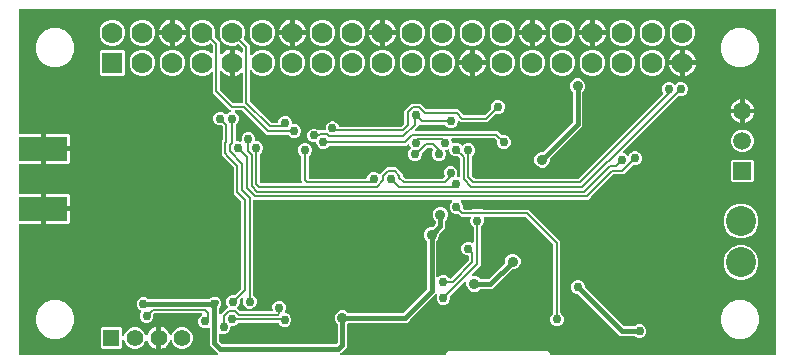
<source format=gbr>
G04 EAGLE Gerber X2 export*
%TF.Part,Single*%
%TF.FileFunction,Copper,L2,Bot,Mixed*%
%TF.FilePolarity,Positive*%
%TF.GenerationSoftware,Autodesk,EAGLE,8.7.0*%
%TF.CreationDate,2018-05-30T02:05:41Z*%
G75*
%MOMM*%
%FSLAX34Y34*%
%LPD*%
%AMOC8*
5,1,8,0,0,1.08239X$1,22.5*%
G01*
%ADD10R,1.778000X1.778000*%
%ADD11C,1.778000*%
%ADD12R,4.064000X2.032000*%
%ADD13R,1.422400X1.422400*%
%ADD14C,1.422400*%
%ADD15C,2.540000*%
%ADD16R,1.508000X1.508000*%
%ADD17C,1.508000*%
%ADD18C,0.756400*%
%ADD19C,0.400000*%
%ADD20C,0.906400*%
%ADD21C,0.200000*%

G36*
X172389Y4577D02*
X172389Y4577D01*
X172421Y4575D01*
X172528Y4597D01*
X172636Y4613D01*
X172666Y4626D01*
X172697Y4632D01*
X172793Y4684D01*
X172893Y4729D01*
X172918Y4750D01*
X172946Y4765D01*
X173024Y4841D01*
X173107Y4912D01*
X173125Y4939D01*
X173148Y4962D01*
X173202Y5057D01*
X173262Y5148D01*
X173271Y5179D01*
X173287Y5207D01*
X173312Y5313D01*
X173344Y5418D01*
X173345Y5450D01*
X173352Y5481D01*
X173347Y5591D01*
X173348Y5700D01*
X173339Y5731D01*
X173338Y5763D01*
X173302Y5866D01*
X173273Y5972D01*
X173256Y5999D01*
X173245Y6030D01*
X173192Y6103D01*
X173125Y6212D01*
X173089Y6244D01*
X173064Y6279D01*
X170707Y8636D01*
X170706Y8636D01*
X165999Y13343D01*
X165999Y27030D01*
X165983Y27147D01*
X165971Y27265D01*
X165963Y27286D01*
X165959Y27309D01*
X165911Y27417D01*
X165867Y27527D01*
X165853Y27545D01*
X165843Y27566D01*
X165766Y27656D01*
X165693Y27749D01*
X165675Y27763D01*
X165660Y27780D01*
X165560Y27845D01*
X165464Y27914D01*
X165443Y27922D01*
X165424Y27935D01*
X165310Y27969D01*
X165199Y28009D01*
X165176Y28010D01*
X165154Y28017D01*
X165036Y28018D01*
X164917Y28025D01*
X164896Y28020D01*
X164872Y28021D01*
X164693Y27971D01*
X164618Y27953D01*
X163368Y27435D01*
X161068Y27435D01*
X158942Y28316D01*
X157316Y29942D01*
X156435Y32068D01*
X156435Y34368D01*
X157316Y36494D01*
X158942Y38120D01*
X159364Y38295D01*
X159438Y38339D01*
X159517Y38375D01*
X159559Y38410D01*
X159606Y38438D01*
X159666Y38502D01*
X159732Y38558D01*
X159762Y38604D01*
X159799Y38644D01*
X159839Y38721D01*
X159886Y38794D01*
X159902Y38847D01*
X159927Y38896D01*
X159943Y38981D01*
X159968Y39064D01*
X159969Y39119D01*
X159979Y39173D01*
X159971Y39259D01*
X159972Y39346D01*
X159958Y39399D01*
X159952Y39453D01*
X159920Y39534D01*
X159897Y39618D01*
X159868Y39664D01*
X159848Y39715D01*
X159795Y39784D01*
X159749Y39858D01*
X159708Y39894D01*
X159674Y39938D01*
X159604Y39989D01*
X159540Y40047D01*
X159490Y40071D01*
X159446Y40103D01*
X159364Y40132D01*
X159286Y40170D01*
X159235Y40178D01*
X159180Y40197D01*
X159066Y40204D01*
X158981Y40217D01*
X119775Y40217D01*
X119680Y40204D01*
X119584Y40199D01*
X119541Y40184D01*
X119496Y40177D01*
X119408Y40138D01*
X119317Y40106D01*
X119283Y40081D01*
X119239Y40061D01*
X119141Y39978D01*
X119068Y39925D01*
X118675Y39532D01*
X118618Y39455D01*
X118553Y39384D01*
X118533Y39343D01*
X118506Y39306D01*
X118472Y39216D01*
X118430Y39130D01*
X118424Y39088D01*
X118407Y39042D01*
X118397Y38915D01*
X118383Y38825D01*
X118383Y36550D01*
X117502Y34424D01*
X115876Y32798D01*
X113750Y31917D01*
X111450Y31917D01*
X109324Y32798D01*
X107698Y34424D01*
X106817Y36550D01*
X106817Y38850D01*
X107698Y40976D01*
X108010Y41288D01*
X108081Y41382D01*
X108156Y41474D01*
X108165Y41495D01*
X108179Y41513D01*
X108221Y41624D01*
X108268Y41733D01*
X108270Y41756D01*
X108279Y41777D01*
X108288Y41895D01*
X108302Y42013D01*
X108299Y42036D01*
X108300Y42058D01*
X108276Y42175D01*
X108257Y42291D01*
X108247Y42312D01*
X108243Y42334D01*
X108187Y42439D01*
X108136Y42546D01*
X108121Y42563D01*
X108110Y42583D01*
X108028Y42668D01*
X107949Y42757D01*
X107930Y42768D01*
X107914Y42785D01*
X107752Y42877D01*
X107686Y42917D01*
X106724Y43316D01*
X105098Y44942D01*
X104217Y47068D01*
X104217Y49368D01*
X105098Y51494D01*
X106724Y53120D01*
X108850Y54001D01*
X111150Y54001D01*
X113276Y53120D01*
X113885Y52511D01*
X113961Y52454D01*
X114033Y52389D01*
X114074Y52369D01*
X114110Y52342D01*
X114200Y52308D01*
X114287Y52266D01*
X114329Y52260D01*
X114374Y52243D01*
X114502Y52233D01*
X114591Y52219D01*
X165409Y52219D01*
X165504Y52232D01*
X165600Y52237D01*
X165643Y52252D01*
X165688Y52259D01*
X165775Y52298D01*
X165866Y52330D01*
X165901Y52355D01*
X165945Y52375D01*
X166042Y52458D01*
X166115Y52511D01*
X166724Y53120D01*
X168850Y54001D01*
X172857Y54001D01*
X175201Y51657D01*
X175201Y50972D01*
X175207Y50931D01*
X175204Y50889D01*
X175224Y50805D01*
X175241Y50693D01*
X175265Y50639D01*
X175277Y50590D01*
X175783Y49368D01*
X175783Y47068D01*
X174902Y44942D01*
X174293Y44333D01*
X174236Y44257D01*
X174171Y44185D01*
X174151Y44144D01*
X174124Y44108D01*
X174090Y44018D01*
X174048Y43931D01*
X174042Y43889D01*
X174025Y43844D01*
X174015Y43716D01*
X174001Y43627D01*
X174001Y40248D01*
X174005Y40216D01*
X174003Y40184D01*
X174025Y40077D01*
X174041Y39969D01*
X174054Y39939D01*
X174060Y39908D01*
X174112Y39811D01*
X174157Y39712D01*
X174178Y39687D01*
X174193Y39659D01*
X174269Y39581D01*
X174340Y39498D01*
X174367Y39480D01*
X174390Y39457D01*
X174485Y39403D01*
X174576Y39343D01*
X174607Y39334D01*
X174635Y39318D01*
X174741Y39293D01*
X174846Y39261D01*
X174878Y39260D01*
X174909Y39253D01*
X175019Y39258D01*
X175128Y39257D01*
X175159Y39266D01*
X175191Y39267D01*
X175294Y39303D01*
X175400Y39332D01*
X175427Y39349D01*
X175458Y39360D01*
X175531Y39413D01*
X175640Y39480D01*
X175672Y39516D01*
X175707Y39541D01*
X177268Y41103D01*
X178897Y42732D01*
X181187Y45022D01*
X181226Y45073D01*
X181272Y45118D01*
X181310Y45186D01*
X181356Y45247D01*
X181379Y45308D01*
X181411Y45364D01*
X181428Y45439D01*
X181456Y45511D01*
X181461Y45575D01*
X181476Y45638D01*
X181472Y45715D01*
X181478Y45793D01*
X181464Y45855D01*
X181461Y45920D01*
X181436Y45993D01*
X181420Y46069D01*
X181390Y46125D01*
X181369Y46186D01*
X181327Y46243D01*
X181288Y46318D01*
X181228Y46378D01*
X181187Y46435D01*
X180898Y46724D01*
X180017Y48850D01*
X180017Y51150D01*
X180898Y53276D01*
X182524Y54902D01*
X184650Y55783D01*
X186925Y55783D01*
X187020Y55796D01*
X187116Y55801D01*
X187159Y55816D01*
X187204Y55823D01*
X187292Y55862D01*
X187383Y55894D01*
X187417Y55919D01*
X187461Y55939D01*
X187559Y56022D01*
X187632Y56075D01*
X192707Y61150D01*
X192764Y61227D01*
X192829Y61298D01*
X192849Y61339D01*
X192876Y61376D01*
X192910Y61466D01*
X192952Y61552D01*
X192958Y61594D01*
X192975Y61640D01*
X192985Y61767D01*
X192999Y61857D01*
X192999Y134716D01*
X192986Y134811D01*
X192981Y134907D01*
X192966Y134950D01*
X192959Y134995D01*
X192920Y135082D01*
X192888Y135173D01*
X192863Y135208D01*
X192843Y135252D01*
X192760Y135349D01*
X192707Y135422D01*
X188632Y139497D01*
X186581Y141548D01*
X186581Y163513D01*
X186573Y163572D01*
X186573Y163581D01*
X186570Y163593D01*
X186568Y163608D01*
X186563Y163704D01*
X186548Y163747D01*
X186541Y163792D01*
X186502Y163880D01*
X186470Y163971D01*
X186445Y164005D01*
X186425Y164049D01*
X186342Y164147D01*
X186289Y164220D01*
X178707Y171801D01*
X178707Y171802D01*
X176217Y174291D01*
X176217Y185709D01*
X176707Y186198D01*
X176764Y186275D01*
X176829Y186347D01*
X176849Y186388D01*
X176876Y186424D01*
X176910Y186514D01*
X176952Y186600D01*
X176958Y186642D01*
X176975Y186688D01*
X176985Y186815D01*
X176999Y186905D01*
X176999Y198218D01*
X176990Y198282D01*
X176991Y198346D01*
X176970Y198421D01*
X176959Y198497D01*
X176933Y198556D01*
X176916Y198618D01*
X176875Y198684D01*
X176843Y198754D01*
X176801Y198803D01*
X176768Y198858D01*
X176710Y198910D01*
X176660Y198968D01*
X176606Y199004D01*
X176558Y199047D01*
X176489Y199080D01*
X176424Y199123D01*
X176362Y199142D01*
X176305Y199170D01*
X176235Y199181D01*
X176154Y199205D01*
X176069Y199206D01*
X176000Y199217D01*
X173850Y199217D01*
X171724Y200098D01*
X170098Y201724D01*
X169217Y203850D01*
X169217Y206150D01*
X170098Y208276D01*
X171724Y209902D01*
X173850Y210783D01*
X176150Y210783D01*
X178276Y209902D01*
X179293Y208885D01*
X179345Y208846D01*
X179390Y208800D01*
X179457Y208762D01*
X179519Y208715D01*
X179579Y208693D01*
X179635Y208661D01*
X179710Y208643D01*
X179783Y208616D01*
X179847Y208611D01*
X179909Y208596D01*
X179987Y208600D01*
X180064Y208594D01*
X180127Y208607D01*
X180191Y208610D01*
X180264Y208636D01*
X180340Y208652D01*
X180397Y208682D01*
X180458Y208703D01*
X180514Y208744D01*
X180589Y208784D01*
X180650Y208843D01*
X180707Y208885D01*
X181724Y209902D01*
X183263Y210540D01*
X183365Y210600D01*
X183470Y210656D01*
X183486Y210672D01*
X183506Y210683D01*
X183587Y210770D01*
X183672Y210852D01*
X183683Y210872D01*
X183698Y210889D01*
X183752Y210994D01*
X183811Y211098D01*
X183816Y211120D01*
X183826Y211140D01*
X183848Y211257D01*
X183876Y211372D01*
X183874Y211395D01*
X183879Y211417D01*
X183867Y211536D01*
X183861Y211654D01*
X183854Y211675D01*
X183852Y211698D01*
X183808Y211808D01*
X183769Y211920D01*
X183756Y211938D01*
X183747Y211960D01*
X183633Y212107D01*
X183587Y212169D01*
X181707Y214050D01*
X181706Y214050D01*
X168789Y226967D01*
X168789Y243375D01*
X168785Y243407D01*
X168787Y243439D01*
X168765Y243546D01*
X168749Y243654D01*
X168736Y243684D01*
X168730Y243715D01*
X168678Y243812D01*
X168633Y243911D01*
X168612Y243936D01*
X168597Y243964D01*
X168521Y244042D01*
X168450Y244125D01*
X168423Y244143D01*
X168400Y244166D01*
X168305Y244220D01*
X168214Y244280D01*
X168183Y244289D01*
X168155Y244305D01*
X168049Y244330D01*
X167944Y244362D01*
X167912Y244363D01*
X167881Y244370D01*
X167771Y244365D01*
X167662Y244366D01*
X167631Y244357D01*
X167599Y244356D01*
X167496Y244320D01*
X167390Y244291D01*
X167363Y244274D01*
X167332Y244263D01*
X167259Y244210D01*
X167150Y244143D01*
X167118Y244107D01*
X167083Y244082D01*
X166069Y243067D01*
X162066Y241409D01*
X157734Y241409D01*
X153731Y243067D01*
X150667Y246131D01*
X149009Y250134D01*
X149009Y254466D01*
X150667Y258469D01*
X153731Y261533D01*
X157734Y263191D01*
X162066Y263191D01*
X166069Y261533D01*
X167083Y260518D01*
X167109Y260499D01*
X167130Y260475D01*
X167222Y260415D01*
X167309Y260349D01*
X167339Y260338D01*
X167366Y260320D01*
X167471Y260288D01*
X167573Y260250D01*
X167605Y260247D01*
X167636Y260238D01*
X167745Y260236D01*
X167854Y260228D01*
X167886Y260234D01*
X167918Y260234D01*
X168023Y260263D01*
X168130Y260285D01*
X168159Y260301D01*
X168190Y260309D01*
X168283Y260366D01*
X168379Y260418D01*
X168402Y260440D01*
X168430Y260457D01*
X168503Y260538D01*
X168581Y260615D01*
X168597Y260643D01*
X168619Y260667D01*
X168666Y260765D01*
X168720Y260860D01*
X168728Y260891D01*
X168742Y260920D01*
X168756Y261010D01*
X168785Y261134D01*
X168783Y261183D01*
X168789Y261225D01*
X168789Y266553D01*
X168776Y266648D01*
X168771Y266744D01*
X168756Y266787D01*
X168749Y266832D01*
X168710Y266920D01*
X168678Y267011D01*
X168653Y267045D01*
X168633Y267089D01*
X168550Y267186D01*
X168497Y267260D01*
X167386Y268371D01*
X167334Y268409D01*
X167289Y268456D01*
X167222Y268494D01*
X167160Y268540D01*
X167100Y268563D01*
X167044Y268594D01*
X166968Y268612D01*
X166896Y268639D01*
X166832Y268644D01*
X166769Y268659D01*
X166692Y268655D01*
X166615Y268661D01*
X166552Y268648D01*
X166488Y268645D01*
X166415Y268620D01*
X166339Y268604D01*
X166282Y268573D01*
X166221Y268552D01*
X166165Y268511D01*
X166130Y268492D01*
X162066Y266809D01*
X157734Y266809D01*
X153731Y268467D01*
X150667Y271531D01*
X149009Y275534D01*
X149009Y279866D01*
X150667Y283869D01*
X153731Y286933D01*
X157734Y288591D01*
X162066Y288591D01*
X166069Y286933D01*
X169133Y283869D01*
X170791Y279866D01*
X170791Y275534D01*
X170437Y274679D01*
X170434Y274670D01*
X170430Y274662D01*
X170399Y274533D01*
X170367Y274406D01*
X170367Y274397D01*
X170365Y274387D01*
X170372Y274255D01*
X170376Y274124D01*
X170379Y274115D01*
X170379Y274106D01*
X170422Y273981D01*
X170463Y273856D01*
X170469Y273848D01*
X170472Y273839D01*
X170517Y273777D01*
X170622Y273623D01*
X170641Y273608D01*
X170653Y273590D01*
X174791Y269453D01*
X174791Y260358D01*
X174800Y260296D01*
X174799Y260253D01*
X174809Y260217D01*
X174815Y260138D01*
X174826Y260109D01*
X174831Y260079D01*
X174873Y259984D01*
X174874Y259981D01*
X174876Y259978D01*
X174915Y259874D01*
X174934Y259850D01*
X174947Y259822D01*
X175019Y259738D01*
X175085Y259649D01*
X175110Y259631D01*
X175130Y259607D01*
X175223Y259547D01*
X175311Y259481D01*
X175340Y259470D01*
X175366Y259453D01*
X175472Y259421D01*
X175576Y259382D01*
X175606Y259379D01*
X175636Y259370D01*
X175747Y259369D01*
X175857Y259361D01*
X175887Y259367D01*
X175918Y259367D01*
X176025Y259396D01*
X176133Y259419D01*
X176160Y259434D01*
X176190Y259442D01*
X176284Y259500D01*
X176381Y259552D01*
X176402Y259573D01*
X176430Y259590D01*
X176512Y259681D01*
X176525Y259691D01*
X176545Y259710D01*
X176557Y259721D01*
X176561Y259726D01*
X177853Y261019D01*
X179309Y262076D01*
X180912Y262893D01*
X182623Y263449D01*
X183301Y263557D01*
X183301Y253300D01*
X183310Y253237D01*
X183309Y253172D01*
X183330Y253098D01*
X183341Y253021D01*
X183367Y252962D01*
X183384Y252900D01*
X183425Y252834D01*
X183457Y252764D01*
X183499Y252715D01*
X183532Y252660D01*
X183590Y252609D01*
X183640Y252550D01*
X183694Y252514D01*
X183742Y252471D01*
X183811Y252438D01*
X183876Y252395D01*
X183938Y252376D01*
X183995Y252348D01*
X184065Y252338D01*
X184146Y252313D01*
X184231Y252312D01*
X184300Y252301D01*
X186300Y252301D01*
X186364Y252310D01*
X186428Y252309D01*
X186503Y252330D01*
X186579Y252341D01*
X186638Y252367D01*
X186700Y252384D01*
X186766Y252425D01*
X186836Y252457D01*
X186885Y252499D01*
X186940Y252532D01*
X186992Y252590D01*
X187050Y252640D01*
X187086Y252694D01*
X187129Y252742D01*
X187162Y252811D01*
X187205Y252876D01*
X187224Y252938D01*
X187252Y252996D01*
X187262Y253065D01*
X187287Y253146D01*
X187288Y253231D01*
X187299Y253300D01*
X187299Y263557D01*
X187977Y263449D01*
X189688Y262893D01*
X191291Y262076D01*
X192603Y261123D01*
X192686Y261079D01*
X192766Y261027D01*
X192811Y261013D01*
X192852Y260992D01*
X192945Y260972D01*
X193036Y260945D01*
X193082Y260944D01*
X193128Y260935D01*
X193223Y260942D01*
X193318Y260941D01*
X193363Y260953D01*
X193409Y260957D01*
X193498Y260991D01*
X193590Y261016D01*
X193629Y261041D01*
X193673Y261057D01*
X193749Y261114D01*
X193830Y261164D01*
X193861Y261199D01*
X193898Y261227D01*
X193955Y261303D01*
X194019Y261374D01*
X194039Y261415D01*
X194067Y261453D01*
X194100Y261542D01*
X194142Y261627D01*
X194148Y261670D01*
X194166Y261717D01*
X194175Y261843D01*
X194189Y261932D01*
X194189Y264153D01*
X194176Y264248D01*
X194171Y264344D01*
X194156Y264387D01*
X194149Y264432D01*
X194110Y264520D01*
X194078Y264611D01*
X194053Y264645D01*
X194033Y264689D01*
X193950Y264787D01*
X193897Y264860D01*
X191107Y267650D01*
X191099Y267655D01*
X191093Y267663D01*
X190986Y267740D01*
X190881Y267819D01*
X190872Y267822D01*
X190865Y267828D01*
X190741Y267872D01*
X190617Y267918D01*
X190608Y267919D01*
X190599Y267922D01*
X190467Y267930D01*
X190336Y267940D01*
X190327Y267938D01*
X190317Y267939D01*
X190242Y267920D01*
X190060Y267883D01*
X190039Y267871D01*
X190018Y267866D01*
X187466Y266809D01*
X183134Y266809D01*
X179131Y268467D01*
X176067Y271531D01*
X174409Y275534D01*
X174409Y279866D01*
X176067Y283869D01*
X179131Y286933D01*
X183134Y288591D01*
X187466Y288591D01*
X191469Y286933D01*
X194533Y283869D01*
X196191Y279866D01*
X196191Y275534D01*
X195134Y272982D01*
X195132Y272973D01*
X195127Y272965D01*
X195096Y272836D01*
X195064Y272709D01*
X195064Y272700D01*
X195062Y272690D01*
X195069Y272558D01*
X195073Y272427D01*
X195076Y272418D01*
X195076Y272409D01*
X195119Y272285D01*
X195160Y272159D01*
X195166Y272151D01*
X195169Y272142D01*
X195214Y272080D01*
X195319Y271926D01*
X195338Y271911D01*
X195350Y271893D01*
X198140Y269103D01*
X200191Y267053D01*
X200191Y259605D01*
X200195Y259573D01*
X200193Y259541D01*
X200215Y259434D01*
X200231Y259326D01*
X200244Y259296D01*
X200250Y259265D01*
X200302Y259168D01*
X200347Y259069D01*
X200368Y259044D01*
X200383Y259016D01*
X200459Y258938D01*
X200530Y258855D01*
X200557Y258837D01*
X200580Y258814D01*
X200675Y258760D01*
X200766Y258700D01*
X200797Y258691D01*
X200825Y258675D01*
X200931Y258650D01*
X201036Y258618D01*
X201068Y258617D01*
X201099Y258610D01*
X201209Y258615D01*
X201318Y258614D01*
X201349Y258623D01*
X201381Y258624D01*
X201484Y258660D01*
X201590Y258689D01*
X201617Y258706D01*
X201648Y258717D01*
X201721Y258770D01*
X201830Y258837D01*
X201862Y258873D01*
X201897Y258898D01*
X204531Y261533D01*
X208534Y263191D01*
X212866Y263191D01*
X216869Y261533D01*
X219933Y258469D01*
X221591Y254466D01*
X221591Y250134D01*
X219933Y246131D01*
X216869Y243067D01*
X212866Y241409D01*
X208534Y241409D01*
X204531Y243067D01*
X201897Y245702D01*
X201871Y245721D01*
X201850Y245745D01*
X201758Y245805D01*
X201671Y245871D01*
X201641Y245882D01*
X201614Y245900D01*
X201509Y245932D01*
X201407Y245970D01*
X201375Y245973D01*
X201344Y245982D01*
X201235Y245984D01*
X201126Y245992D01*
X201094Y245986D01*
X201062Y245986D01*
X200957Y245957D01*
X200850Y245935D01*
X200821Y245920D01*
X200790Y245911D01*
X200697Y245853D01*
X200601Y245802D01*
X200578Y245780D01*
X200550Y245763D01*
X200477Y245682D01*
X200399Y245605D01*
X200383Y245577D01*
X200361Y245553D01*
X200314Y245455D01*
X200260Y245360D01*
X200252Y245329D01*
X200238Y245300D01*
X200224Y245210D01*
X200195Y245086D01*
X200197Y245037D01*
X200191Y244995D01*
X200191Y220124D01*
X200204Y220029D01*
X200209Y219933D01*
X200224Y219889D01*
X200231Y219845D01*
X200270Y219757D01*
X200302Y219666D01*
X200327Y219632D01*
X200347Y219588D01*
X200430Y219490D01*
X200483Y219417D01*
X218107Y201793D01*
X218184Y201736D01*
X218255Y201671D01*
X218296Y201651D01*
X218333Y201624D01*
X218423Y201590D01*
X218509Y201548D01*
X218551Y201542D01*
X218597Y201525D01*
X218724Y201515D01*
X218814Y201501D01*
X223218Y201501D01*
X223282Y201510D01*
X223346Y201509D01*
X223421Y201530D01*
X223497Y201541D01*
X223556Y201567D01*
X223618Y201584D01*
X223684Y201625D01*
X223754Y201657D01*
X223803Y201699D01*
X223858Y201732D01*
X223910Y201790D01*
X223968Y201840D01*
X224004Y201894D01*
X224047Y201942D01*
X224080Y202011D01*
X224123Y202076D01*
X224142Y202138D01*
X224170Y202195D01*
X224181Y202265D01*
X224205Y202346D01*
X224206Y202405D01*
X225098Y204558D01*
X226724Y206184D01*
X228850Y207065D01*
X231150Y207065D01*
X233276Y206184D01*
X234902Y204558D01*
X235783Y202432D01*
X235783Y201282D01*
X235792Y201218D01*
X235791Y201154D01*
X235812Y201079D01*
X235823Y201003D01*
X235849Y200944D01*
X235866Y200882D01*
X235907Y200816D01*
X235939Y200746D01*
X235981Y200697D01*
X236014Y200642D01*
X236072Y200590D01*
X236122Y200532D01*
X236176Y200496D01*
X236224Y200453D01*
X236293Y200420D01*
X236358Y200377D01*
X236420Y200358D01*
X236477Y200330D01*
X236547Y200319D01*
X236628Y200295D01*
X236713Y200294D01*
X236782Y200283D01*
X238850Y200283D01*
X240976Y199402D01*
X242602Y197776D01*
X243483Y195650D01*
X243483Y193350D01*
X242602Y191224D01*
X240976Y189598D01*
X238850Y188717D01*
X236550Y188717D01*
X234424Y189598D01*
X232815Y191207D01*
X232739Y191264D01*
X232667Y191329D01*
X232626Y191349D01*
X232590Y191376D01*
X232500Y191410D01*
X232413Y191452D01*
X232371Y191458D01*
X232326Y191475D01*
X232198Y191485D01*
X232109Y191499D01*
X214257Y191499D01*
X212207Y193550D01*
X194050Y211707D01*
X193973Y211764D01*
X193902Y211829D01*
X193861Y211849D01*
X193824Y211876D01*
X193734Y211910D01*
X193648Y211952D01*
X193606Y211958D01*
X193560Y211975D01*
X193433Y211985D01*
X193343Y211999D01*
X188237Y211999D01*
X188151Y211987D01*
X188064Y211984D01*
X188012Y211967D01*
X187958Y211959D01*
X187879Y211924D01*
X187796Y211897D01*
X187751Y211866D01*
X187701Y211843D01*
X187635Y211787D01*
X187563Y211738D01*
X187528Y211696D01*
X187486Y211660D01*
X187439Y211587D01*
X187384Y211520D01*
X187362Y211470D01*
X187332Y211424D01*
X187307Y211341D01*
X187272Y211261D01*
X187266Y211207D01*
X187250Y211154D01*
X187248Y211067D01*
X187238Y210981D01*
X187246Y210927D01*
X187246Y210872D01*
X187269Y210788D01*
X187283Y210703D01*
X187306Y210653D01*
X187321Y210600D01*
X187367Y210526D01*
X187404Y210448D01*
X187440Y210407D01*
X187469Y210360D01*
X187534Y210302D01*
X187591Y210237D01*
X187635Y210211D01*
X187678Y210171D01*
X187781Y210122D01*
X187854Y210077D01*
X188276Y209902D01*
X189902Y208276D01*
X190783Y206150D01*
X190783Y203850D01*
X189902Y201724D01*
X188293Y200115D01*
X188279Y200097D01*
X188267Y200086D01*
X188237Y200041D01*
X188236Y200039D01*
X188171Y199967D01*
X188151Y199926D01*
X188124Y199890D01*
X188090Y199800D01*
X188048Y199713D01*
X188042Y199671D01*
X188025Y199626D01*
X188015Y199498D01*
X188001Y199409D01*
X188001Y186782D01*
X188010Y186718D01*
X188009Y186654D01*
X188030Y186579D01*
X188041Y186503D01*
X188067Y186444D01*
X188084Y186382D01*
X188125Y186316D01*
X188157Y186246D01*
X188199Y186197D01*
X188232Y186142D01*
X188290Y186090D01*
X188340Y186032D01*
X188394Y185996D01*
X188442Y185953D01*
X188511Y185920D01*
X188576Y185877D01*
X188638Y185858D01*
X188695Y185830D01*
X188765Y185819D01*
X188846Y185795D01*
X188931Y185794D01*
X189000Y185783D01*
X191150Y185783D01*
X191636Y185582D01*
X191751Y185552D01*
X191864Y185518D01*
X191887Y185517D01*
X191909Y185512D01*
X192027Y185515D01*
X192146Y185514D01*
X192168Y185520D01*
X192191Y185521D01*
X192303Y185557D01*
X192418Y185589D01*
X192437Y185601D01*
X192459Y185608D01*
X192556Y185675D01*
X192658Y185737D01*
X192673Y185754D01*
X192692Y185767D01*
X192767Y185858D01*
X192847Y185946D01*
X192857Y185967D01*
X192871Y185985D01*
X192918Y186094D01*
X192970Y186200D01*
X192973Y186222D01*
X192983Y186244D01*
X193005Y186429D01*
X193017Y186505D01*
X193017Y188950D01*
X193898Y191076D01*
X195524Y192702D01*
X197650Y193583D01*
X199950Y193583D01*
X202076Y192702D01*
X203702Y191076D01*
X204583Y188950D01*
X204583Y186782D01*
X204592Y186718D01*
X204591Y186654D01*
X204612Y186579D01*
X204623Y186503D01*
X204649Y186444D01*
X204666Y186382D01*
X204707Y186316D01*
X204739Y186246D01*
X204781Y186197D01*
X204814Y186142D01*
X204872Y186090D01*
X204922Y186032D01*
X204976Y185996D01*
X205024Y185953D01*
X205093Y185920D01*
X205158Y185877D01*
X205220Y185858D01*
X205277Y185830D01*
X205347Y185819D01*
X205428Y185795D01*
X205513Y185794D01*
X205582Y185783D01*
X206732Y185783D01*
X208858Y184902D01*
X210484Y183276D01*
X211365Y181150D01*
X211365Y178850D01*
X210484Y176724D01*
X208875Y175115D01*
X208818Y175039D01*
X208753Y174967D01*
X208733Y174926D01*
X208706Y174890D01*
X208672Y174800D01*
X208630Y174713D01*
X208624Y174671D01*
X208607Y174626D01*
X208597Y174498D01*
X208583Y174409D01*
X208583Y151218D01*
X208592Y151154D01*
X208591Y151090D01*
X208612Y151015D01*
X208623Y150939D01*
X208649Y150880D01*
X208666Y150818D01*
X208707Y150752D01*
X208739Y150682D01*
X208781Y150633D01*
X208814Y150578D01*
X208872Y150526D01*
X208922Y150468D01*
X208976Y150432D01*
X209024Y150389D01*
X209093Y150356D01*
X209158Y150313D01*
X209220Y150294D01*
X209277Y150266D01*
X209347Y150255D01*
X209428Y150231D01*
X209513Y150230D01*
X209582Y150219D01*
X243125Y150219D01*
X243157Y150223D01*
X243189Y150221D01*
X243296Y150243D01*
X243404Y150259D01*
X243434Y150272D01*
X243465Y150278D01*
X243562Y150330D01*
X243661Y150375D01*
X243686Y150396D01*
X243714Y150411D01*
X243793Y150487D01*
X243876Y150558D01*
X243893Y150585D01*
X243916Y150608D01*
X243970Y150703D01*
X244030Y150794D01*
X244040Y150825D01*
X244055Y150853D01*
X244081Y150959D01*
X244112Y151064D01*
X244113Y151096D01*
X244120Y151128D01*
X244115Y151237D01*
X244116Y151346D01*
X244108Y151377D01*
X244106Y151409D01*
X244070Y151512D01*
X244041Y151618D01*
X244024Y151645D01*
X244014Y151676D01*
X243960Y151749D01*
X243893Y151858D01*
X243857Y151890D01*
X243832Y151925D01*
X243799Y151957D01*
X243799Y172909D01*
X243786Y173004D01*
X243781Y173100D01*
X243766Y173143D01*
X243759Y173188D01*
X243720Y173275D01*
X243688Y173366D01*
X243663Y173401D01*
X243643Y173445D01*
X243560Y173542D01*
X243507Y173615D01*
X241898Y175224D01*
X241017Y177350D01*
X241017Y179650D01*
X241898Y181776D01*
X243524Y183402D01*
X245650Y184283D01*
X247950Y184283D01*
X250076Y183402D01*
X251702Y181776D01*
X252583Y179650D01*
X252583Y177350D01*
X251702Y175224D01*
X250093Y173615D01*
X250036Y173539D01*
X249971Y173467D01*
X249951Y173426D01*
X249924Y173390D01*
X249890Y173300D01*
X249848Y173213D01*
X249842Y173171D01*
X249825Y173126D01*
X249815Y172998D01*
X249801Y172909D01*
X249801Y155218D01*
X249810Y155154D01*
X249809Y155090D01*
X249830Y155015D01*
X249841Y154939D01*
X249867Y154880D01*
X249884Y154818D01*
X249925Y154752D01*
X249957Y154682D01*
X249999Y154633D01*
X250032Y154578D01*
X250090Y154526D01*
X250140Y154468D01*
X250194Y154432D01*
X250242Y154389D01*
X250311Y154356D01*
X250376Y154313D01*
X250438Y154294D01*
X250495Y154266D01*
X250565Y154255D01*
X250646Y154231D01*
X250731Y154230D01*
X250800Y154219D01*
X298218Y154219D01*
X298282Y154228D01*
X298346Y154227D01*
X298421Y154248D01*
X298497Y154259D01*
X298556Y154285D01*
X298618Y154302D01*
X298684Y154343D01*
X298754Y154375D01*
X298803Y154417D01*
X298858Y154450D01*
X298910Y154508D01*
X298968Y154558D01*
X299004Y154612D01*
X299047Y154660D01*
X299080Y154729D01*
X299123Y154794D01*
X299142Y154856D01*
X299170Y154913D01*
X299181Y154983D01*
X299205Y155064D01*
X299206Y155123D01*
X300098Y157276D01*
X301724Y158902D01*
X303850Y159783D01*
X306150Y159783D01*
X308276Y158902D01*
X308965Y158213D01*
X309016Y158174D01*
X309061Y158128D01*
X309129Y158090D01*
X309191Y158044D01*
X309251Y158021D01*
X309307Y157989D01*
X309382Y157972D01*
X309454Y157944D01*
X309518Y157939D01*
X309581Y157924D01*
X309658Y157928D01*
X309736Y157922D01*
X309799Y157936D01*
X309863Y157939D01*
X309936Y157964D01*
X310012Y157980D01*
X310069Y158010D01*
X310129Y158031D01*
X310186Y158073D01*
X310261Y158112D01*
X310321Y158172D01*
X310378Y158213D01*
X312268Y160103D01*
X315948Y163783D01*
X324052Y163783D01*
X329783Y158052D01*
X329783Y156657D01*
X329796Y156562D01*
X329801Y156466D01*
X329816Y156423D01*
X329823Y156378D01*
X329862Y156290D01*
X329894Y156199D01*
X329919Y156165D01*
X329939Y156121D01*
X330022Y156023D01*
X330075Y155950D01*
X331514Y154511D01*
X331591Y154454D01*
X331662Y154389D01*
X331703Y154369D01*
X331740Y154342D01*
X331830Y154308D01*
X331916Y154266D01*
X331958Y154260D01*
X332004Y154243D01*
X332131Y154233D01*
X332221Y154219D01*
X363343Y154219D01*
X363438Y154232D01*
X363534Y154237D01*
X363577Y154252D01*
X363622Y154259D01*
X363710Y154298D01*
X363801Y154330D01*
X363835Y154355D01*
X363879Y154375D01*
X363976Y154458D01*
X364050Y154511D01*
X364738Y155199D01*
X364743Y155207D01*
X364751Y155213D01*
X364828Y155320D01*
X364907Y155425D01*
X364910Y155434D01*
X364916Y155442D01*
X364960Y155565D01*
X365007Y155689D01*
X365007Y155698D01*
X365010Y155707D01*
X365018Y155839D01*
X365028Y155970D01*
X365026Y155979D01*
X365027Y155989D01*
X365009Y156064D01*
X364971Y156246D01*
X364959Y156267D01*
X364954Y156288D01*
X364217Y158068D01*
X364217Y160368D01*
X365098Y162494D01*
X366724Y164120D01*
X368850Y165001D01*
X371150Y165001D01*
X373276Y164120D01*
X374902Y162494D01*
X375783Y160368D01*
X375783Y158068D01*
X375409Y157164D01*
X375379Y157050D01*
X375344Y156936D01*
X375344Y156913D01*
X375338Y156891D01*
X375342Y156773D01*
X375341Y156654D01*
X375347Y156632D01*
X375348Y156609D01*
X375384Y156497D01*
X375416Y156382D01*
X375428Y156363D01*
X375435Y156341D01*
X375502Y156243D01*
X375564Y156142D01*
X375581Y156127D01*
X375594Y156108D01*
X375685Y156033D01*
X375773Y155953D01*
X375794Y155943D01*
X375812Y155929D01*
X375921Y155882D01*
X375960Y155863D01*
X375967Y155859D01*
X375978Y155854D01*
X376027Y155830D01*
X376040Y155828D01*
X376618Y155589D01*
X376732Y155560D01*
X376846Y155525D01*
X376869Y155525D01*
X376891Y155519D01*
X377009Y155523D01*
X377128Y155521D01*
X377150Y155527D01*
X377173Y155528D01*
X377285Y155565D01*
X377400Y155596D01*
X377419Y155608D01*
X377441Y155616D01*
X377539Y155682D01*
X377640Y155745D01*
X377655Y155762D01*
X377674Y155774D01*
X377749Y155866D01*
X377829Y155954D01*
X377839Y155974D01*
X377853Y155992D01*
X377900Y156101D01*
X377952Y156208D01*
X377955Y156229D01*
X377965Y156251D01*
X377987Y156436D01*
X377999Y156512D01*
X377999Y170970D01*
X377986Y171065D01*
X377981Y171161D01*
X377966Y171204D01*
X377959Y171249D01*
X377920Y171337D01*
X377888Y171427D01*
X377863Y171462D01*
X377843Y171506D01*
X377760Y171603D01*
X377707Y171676D01*
X376676Y172707D01*
X376600Y172764D01*
X376528Y172829D01*
X376487Y172849D01*
X376451Y172876D01*
X376361Y172910D01*
X376274Y172952D01*
X376232Y172958D01*
X376187Y172975D01*
X376059Y172985D01*
X375970Y172999D01*
X373694Y172999D01*
X371569Y173880D01*
X369942Y175506D01*
X369062Y177632D01*
X369062Y178217D01*
X369045Y178334D01*
X369034Y178452D01*
X369025Y178474D01*
X369022Y178496D01*
X368973Y178604D01*
X368929Y178714D01*
X368915Y178732D01*
X368906Y178753D01*
X368829Y178843D01*
X368756Y178937D01*
X368737Y178950D01*
X368723Y178967D01*
X368623Y179032D01*
X368527Y179102D01*
X368506Y179109D01*
X368487Y179122D01*
X368373Y179157D01*
X368261Y179196D01*
X368239Y179198D01*
X368217Y179204D01*
X368098Y179206D01*
X367980Y179213D01*
X367959Y179208D01*
X367935Y179208D01*
X367755Y179158D01*
X367680Y179140D01*
X366653Y178715D01*
X366216Y178715D01*
X366099Y178698D01*
X365981Y178686D01*
X365959Y178678D01*
X365937Y178675D01*
X365829Y178626D01*
X365719Y178582D01*
X365701Y178568D01*
X365680Y178559D01*
X365590Y178482D01*
X365496Y178408D01*
X365483Y178390D01*
X365466Y178375D01*
X365401Y178276D01*
X365331Y178180D01*
X365324Y178158D01*
X365311Y178139D01*
X365276Y178025D01*
X365237Y177914D01*
X365235Y177891D01*
X365229Y177869D01*
X365227Y177751D01*
X365220Y177632D01*
X365225Y177611D01*
X365225Y177587D01*
X365275Y177408D01*
X365293Y177333D01*
X365783Y176150D01*
X365783Y173850D01*
X364902Y171724D01*
X363276Y170098D01*
X361150Y169217D01*
X358850Y169217D01*
X356724Y170098D01*
X355098Y171724D01*
X354217Y173850D01*
X354217Y176150D01*
X355056Y178174D01*
X355058Y178183D01*
X355063Y178192D01*
X355093Y178320D01*
X355126Y178447D01*
X355125Y178457D01*
X355128Y178466D01*
X355121Y178598D01*
X355117Y178729D01*
X355114Y178738D01*
X355113Y178748D01*
X355070Y178872D01*
X355029Y178997D01*
X355024Y179005D01*
X355021Y179014D01*
X354975Y179076D01*
X354870Y179231D01*
X354852Y179246D01*
X354839Y179263D01*
X354050Y180053D01*
X353973Y180110D01*
X353902Y180175D01*
X353861Y180195D01*
X353824Y180222D01*
X353734Y180256D01*
X353648Y180298D01*
X353606Y180304D01*
X353560Y180321D01*
X353433Y180331D01*
X353343Y180345D01*
X350630Y180345D01*
X350535Y180332D01*
X350439Y180327D01*
X350396Y180312D01*
X350351Y180305D01*
X350263Y180266D01*
X350173Y180234D01*
X350138Y180209D01*
X350094Y180189D01*
X349997Y180106D01*
X349924Y180053D01*
X346075Y176205D01*
X346018Y176128D01*
X345953Y176056D01*
X345933Y176015D01*
X345906Y175979D01*
X345872Y175889D01*
X345830Y175803D01*
X345824Y175760D01*
X345807Y175715D01*
X345799Y175611D01*
X345795Y175599D01*
X345794Y175572D01*
X345783Y175498D01*
X345783Y173850D01*
X344902Y171724D01*
X343276Y170098D01*
X341150Y169217D01*
X338850Y169217D01*
X336724Y170098D01*
X335098Y171724D01*
X334217Y173850D01*
X334217Y176150D01*
X335098Y178276D01*
X336197Y179375D01*
X336236Y179427D01*
X336282Y179472D01*
X336320Y179539D01*
X336367Y179601D01*
X336389Y179661D01*
X336421Y179717D01*
X336439Y179792D01*
X336466Y179865D01*
X336471Y179929D01*
X336486Y179992D01*
X336482Y180069D01*
X336488Y180146D01*
X336475Y180209D01*
X336472Y180273D01*
X336446Y180346D01*
X336430Y180422D01*
X336400Y180479D01*
X336379Y180540D01*
X336338Y180596D01*
X336298Y180671D01*
X336239Y180732D01*
X336197Y180789D01*
X335698Y181288D01*
X335180Y182538D01*
X335120Y182640D01*
X335064Y182745D01*
X335048Y182761D01*
X335036Y182780D01*
X334950Y182861D01*
X334867Y182947D01*
X334847Y182958D01*
X334831Y182973D01*
X334725Y183027D01*
X334622Y183086D01*
X334600Y183091D01*
X334579Y183101D01*
X334463Y183123D01*
X334347Y183151D01*
X334325Y183149D01*
X334302Y183154D01*
X334184Y183142D01*
X334066Y183136D01*
X334044Y183129D01*
X334022Y183126D01*
X333911Y183083D01*
X333799Y183044D01*
X333782Y183031D01*
X333760Y183022D01*
X333613Y182908D01*
X333550Y182862D01*
X332888Y182199D01*
X267891Y182199D01*
X267796Y182186D01*
X267700Y182181D01*
X267657Y182166D01*
X267612Y182159D01*
X267525Y182120D01*
X267434Y182088D01*
X267399Y182063D01*
X267355Y182043D01*
X267258Y181960D01*
X267185Y181907D01*
X265576Y180298D01*
X263450Y179417D01*
X261150Y179417D01*
X259024Y180298D01*
X257398Y181924D01*
X256500Y184091D01*
X256488Y184133D01*
X256477Y184210D01*
X256451Y184268D01*
X256434Y184330D01*
X256393Y184396D01*
X256361Y184467D01*
X256319Y184516D01*
X256286Y184570D01*
X256228Y184622D01*
X256178Y184681D01*
X256124Y184716D01*
X256076Y184759D01*
X256007Y184793D01*
X255942Y184836D01*
X255880Y184854D01*
X255823Y184882D01*
X255753Y184893D01*
X255672Y184918D01*
X255587Y184919D01*
X255518Y184930D01*
X253137Y184930D01*
X251011Y185810D01*
X249385Y187437D01*
X248504Y189562D01*
X248504Y191863D01*
X249385Y193989D01*
X251011Y195615D01*
X253137Y196496D01*
X255437Y196496D01*
X257563Y195615D01*
X257903Y195275D01*
X257979Y195218D01*
X258051Y195153D01*
X258092Y195133D01*
X258128Y195106D01*
X258218Y195072D01*
X258305Y195030D01*
X258347Y195024D01*
X258392Y195007D01*
X258520Y194997D01*
X258609Y194983D01*
X263218Y194983D01*
X263282Y194992D01*
X263346Y194991D01*
X263421Y195012D01*
X263497Y195023D01*
X263556Y195049D01*
X263618Y195066D01*
X263684Y195107D01*
X263754Y195139D01*
X263803Y195181D01*
X263858Y195214D01*
X263910Y195272D01*
X263968Y195322D01*
X264004Y195376D01*
X264047Y195424D01*
X264080Y195493D01*
X264123Y195558D01*
X264142Y195620D01*
X264170Y195677D01*
X264181Y195747D01*
X264205Y195828D01*
X264206Y195913D01*
X264217Y195982D01*
X264217Y197932D01*
X265098Y200058D01*
X266724Y201684D01*
X268850Y202565D01*
X271150Y202565D01*
X273276Y201684D01*
X274902Y200058D01*
X275499Y198618D01*
X275504Y198609D01*
X275506Y198600D01*
X275576Y198488D01*
X275642Y198375D01*
X275649Y198368D01*
X275654Y198360D01*
X275752Y198272D01*
X275848Y198182D01*
X275857Y198178D01*
X275864Y198171D01*
X275982Y198114D01*
X276100Y198054D01*
X276109Y198052D01*
X276117Y198048D01*
X276193Y198036D01*
X276377Y198002D01*
X276401Y198004D01*
X276422Y198001D01*
X327686Y198001D01*
X327781Y198014D01*
X327877Y198019D01*
X327921Y198034D01*
X327965Y198041D01*
X328053Y198080D01*
X328144Y198112D01*
X328178Y198137D01*
X328222Y198157D01*
X328320Y198240D01*
X328393Y198293D01*
X330725Y200625D01*
X330782Y200702D01*
X330847Y200773D01*
X330867Y200814D01*
X330894Y200851D01*
X330928Y200941D01*
X330970Y201027D01*
X330976Y201069D01*
X330993Y201115D01*
X331003Y201242D01*
X331017Y201332D01*
X331017Y211752D01*
X336748Y217483D01*
X344852Y217483D01*
X349250Y213085D01*
X349327Y213027D01*
X349398Y212963D01*
X349439Y212943D01*
X349476Y212915D01*
X349566Y212881D01*
X349652Y212840D01*
X349694Y212833D01*
X349740Y212816D01*
X349867Y212806D01*
X349957Y212792D01*
X376452Y212792D01*
X380950Y208293D01*
X381027Y208236D01*
X381098Y208171D01*
X381139Y208151D01*
X381176Y208124D01*
X381266Y208090D01*
X381352Y208048D01*
X381394Y208042D01*
X381440Y208025D01*
X381567Y208015D01*
X381657Y208001D01*
X398343Y208001D01*
X398438Y208014D01*
X398534Y208019D01*
X398577Y208034D01*
X398622Y208041D01*
X398710Y208080D01*
X398801Y208112D01*
X398835Y208137D01*
X398879Y208157D01*
X398977Y208240D01*
X399050Y208293D01*
X403925Y213168D01*
X403982Y213245D01*
X404047Y213316D01*
X404067Y213357D01*
X404094Y213394D01*
X404128Y213484D01*
X404170Y213570D01*
X404176Y213612D01*
X404193Y213658D01*
X404203Y213785D01*
X404217Y213875D01*
X404217Y216150D01*
X405098Y218276D01*
X406724Y219902D01*
X408850Y220783D01*
X411150Y220783D01*
X413276Y219902D01*
X414902Y218276D01*
X415783Y216150D01*
X415783Y213850D01*
X414902Y211724D01*
X413276Y210098D01*
X411150Y209217D01*
X408875Y209217D01*
X408780Y209204D01*
X408684Y209199D01*
X408641Y209184D01*
X408596Y209177D01*
X408508Y209138D01*
X408417Y209106D01*
X408383Y209081D01*
X408339Y209061D01*
X408241Y208978D01*
X408168Y208925D01*
X401243Y201999D01*
X378757Y201999D01*
X378007Y202750D01*
X377981Y202769D01*
X377960Y202794D01*
X377868Y202854D01*
X377781Y202919D01*
X377751Y202930D01*
X377724Y202948D01*
X377619Y202980D01*
X377517Y203019D01*
X377485Y203021D01*
X377454Y203030D01*
X377345Y203032D01*
X377236Y203040D01*
X377204Y203034D01*
X377172Y203034D01*
X377067Y203005D01*
X376960Y202983D01*
X376931Y202968D01*
X376900Y202959D01*
X376807Y202902D01*
X376711Y202850D01*
X376688Y202828D01*
X376660Y202811D01*
X376587Y202730D01*
X376509Y202654D01*
X376493Y202625D01*
X376471Y202602D01*
X376424Y202503D01*
X376370Y202408D01*
X376362Y202377D01*
X376348Y202348D01*
X376334Y202258D01*
X376305Y202134D01*
X376307Y202085D01*
X376301Y202043D01*
X376301Y201859D01*
X375420Y199734D01*
X373794Y198107D01*
X371668Y197227D01*
X369368Y197227D01*
X367242Y198107D01*
X365633Y199716D01*
X365557Y199773D01*
X365485Y199838D01*
X365444Y199858D01*
X365408Y199885D01*
X365318Y199919D01*
X365231Y199961D01*
X365189Y199968D01*
X365144Y199985D01*
X365016Y199995D01*
X364927Y200009D01*
X344000Y200009D01*
X343936Y199999D01*
X343872Y200000D01*
X343797Y199980D01*
X343721Y199969D01*
X343662Y199942D01*
X343600Y199925D01*
X343534Y199884D01*
X343464Y199852D01*
X343415Y199811D01*
X343360Y199777D01*
X343308Y199719D01*
X343250Y199669D01*
X343214Y199615D01*
X343171Y199568D01*
X343138Y199498D01*
X343095Y199433D01*
X343076Y199372D01*
X343048Y199314D01*
X343037Y199244D01*
X343013Y199163D01*
X343012Y199079D01*
X343001Y199009D01*
X343001Y198757D01*
X340950Y196707D01*
X340296Y196053D01*
X340277Y196027D01*
X340252Y196006D01*
X340192Y195914D01*
X340127Y195827D01*
X340116Y195797D01*
X340098Y195770D01*
X340066Y195665D01*
X340027Y195563D01*
X340025Y195531D01*
X340016Y195500D01*
X340014Y195391D01*
X340006Y195282D01*
X340012Y195250D01*
X340012Y195218D01*
X340041Y195113D01*
X340063Y195006D01*
X340078Y194977D01*
X340087Y194946D01*
X340144Y194853D01*
X340196Y194757D01*
X340218Y194734D01*
X340235Y194706D01*
X340316Y194633D01*
X340392Y194555D01*
X340420Y194539D01*
X340444Y194517D01*
X340543Y194470D01*
X340638Y194416D01*
X340669Y194408D01*
X340698Y194394D01*
X340788Y194380D01*
X340912Y194351D01*
X340961Y194353D01*
X341003Y194347D01*
X409897Y194347D01*
X413168Y191075D01*
X413245Y191018D01*
X413316Y190953D01*
X413357Y190933D01*
X413394Y190906D01*
X413484Y190872D01*
X413570Y190830D01*
X413612Y190824D01*
X413658Y190807D01*
X413785Y190797D01*
X413875Y190783D01*
X416150Y190783D01*
X418276Y189902D01*
X419902Y188276D01*
X420783Y186150D01*
X420783Y183850D01*
X419902Y181724D01*
X418276Y180098D01*
X416150Y179217D01*
X413850Y179217D01*
X411724Y180098D01*
X410098Y181724D01*
X409217Y183850D01*
X409217Y186125D01*
X409204Y186220D01*
X409199Y186316D01*
X409184Y186359D01*
X409177Y186404D01*
X409138Y186492D01*
X409106Y186583D01*
X409081Y186617D01*
X409061Y186661D01*
X408978Y186759D01*
X408925Y186832D01*
X407704Y188053D01*
X407627Y188110D01*
X407556Y188175D01*
X407515Y188195D01*
X407478Y188222D01*
X407388Y188256D01*
X407302Y188298D01*
X407260Y188304D01*
X407214Y188321D01*
X407087Y188331D01*
X406997Y188345D01*
X371663Y188345D01*
X371546Y188329D01*
X371428Y188317D01*
X371407Y188309D01*
X371384Y188305D01*
X371276Y188257D01*
X371166Y188213D01*
X371148Y188199D01*
X371127Y188189D01*
X371037Y188112D01*
X370944Y188039D01*
X370930Y188021D01*
X370913Y188006D01*
X370848Y187906D01*
X370779Y187810D01*
X370771Y187789D01*
X370759Y187770D01*
X370724Y187656D01*
X370684Y187545D01*
X370683Y187522D01*
X370676Y187500D01*
X370675Y187382D01*
X370668Y187263D01*
X370673Y187242D01*
X370672Y187218D01*
X370722Y187039D01*
X370740Y186964D01*
X371285Y185648D01*
X371285Y185062D01*
X371302Y184945D01*
X371314Y184827D01*
X371322Y184806D01*
X371325Y184783D01*
X371374Y184675D01*
X371418Y184565D01*
X371432Y184547D01*
X371441Y184526D01*
X371518Y184436D01*
X371592Y184343D01*
X371610Y184329D01*
X371625Y184312D01*
X371724Y184247D01*
X371820Y184178D01*
X371842Y184170D01*
X371861Y184157D01*
X371974Y184123D01*
X372086Y184083D01*
X372109Y184082D01*
X372131Y184075D01*
X372249Y184074D01*
X372368Y184067D01*
X372389Y184072D01*
X372413Y184071D01*
X372592Y184121D01*
X372667Y184139D01*
X373694Y184565D01*
X375995Y184565D01*
X378120Y183684D01*
X379498Y182307D01*
X379549Y182268D01*
X379594Y182222D01*
X379661Y182184D01*
X379723Y182138D01*
X379784Y182115D01*
X379839Y182083D01*
X379915Y182065D01*
X379987Y182038D01*
X380051Y182033D01*
X380114Y182018D01*
X380191Y182022D01*
X380268Y182016D01*
X380331Y182029D01*
X380396Y182033D01*
X380469Y182058D01*
X380545Y182074D01*
X380601Y182104D01*
X380662Y182125D01*
X380719Y182167D01*
X380794Y182206D01*
X380854Y182266D01*
X380911Y182307D01*
X381724Y183120D01*
X383850Y184001D01*
X386150Y184001D01*
X388276Y183120D01*
X389902Y181494D01*
X390783Y179368D01*
X390783Y177068D01*
X389902Y174942D01*
X388293Y173333D01*
X388236Y173257D01*
X388171Y173185D01*
X388151Y173144D01*
X388124Y173108D01*
X388090Y173018D01*
X388048Y172931D01*
X388042Y172889D01*
X388025Y172844D01*
X388015Y172716D01*
X388001Y172627D01*
X388001Y156905D01*
X388014Y156810D01*
X388019Y156714D01*
X388034Y156671D01*
X388041Y156626D01*
X388080Y156538D01*
X388112Y156447D01*
X388137Y156413D01*
X388157Y156369D01*
X388240Y156271D01*
X388293Y156198D01*
X389980Y154511D01*
X390057Y154454D01*
X390129Y154389D01*
X390170Y154369D01*
X390206Y154342D01*
X390296Y154308D01*
X390382Y154266D01*
X390424Y154260D01*
X390470Y154243D01*
X390597Y154233D01*
X390687Y154219D01*
X478247Y154219D01*
X478342Y154232D01*
X478439Y154237D01*
X478482Y154252D01*
X478527Y154259D01*
X478614Y154298D01*
X478705Y154330D01*
X478739Y154355D01*
X478784Y154375D01*
X478881Y154458D01*
X478954Y154511D01*
X549939Y225496D01*
X549944Y225504D01*
X549952Y225510D01*
X550029Y225616D01*
X550108Y225722D01*
X550111Y225731D01*
X550117Y225738D01*
X550161Y225862D01*
X550208Y225986D01*
X550208Y225995D01*
X550211Y226004D01*
X550219Y226135D01*
X550229Y226267D01*
X550227Y226276D01*
X550228Y226286D01*
X550210Y226361D01*
X550172Y226543D01*
X550160Y226564D01*
X550155Y226585D01*
X549217Y228850D01*
X549217Y231150D01*
X550098Y233276D01*
X551724Y234902D01*
X553850Y235783D01*
X556150Y235783D01*
X558276Y234902D01*
X559293Y233885D01*
X559345Y233846D01*
X559390Y233800D01*
X559457Y233762D01*
X559519Y233715D01*
X559579Y233693D01*
X559635Y233661D01*
X559710Y233643D01*
X559783Y233616D01*
X559847Y233611D01*
X559909Y233596D01*
X559987Y233600D01*
X560064Y233594D01*
X560127Y233607D01*
X560191Y233610D01*
X560264Y233636D01*
X560340Y233652D01*
X560397Y233682D01*
X560458Y233703D01*
X560514Y233744D01*
X560589Y233784D01*
X560650Y233843D01*
X560707Y233885D01*
X561724Y234902D01*
X563850Y235783D01*
X566150Y235783D01*
X568276Y234902D01*
X569902Y233276D01*
X570783Y231150D01*
X570783Y228850D01*
X569902Y226724D01*
X568276Y225098D01*
X566150Y224217D01*
X563875Y224217D01*
X563780Y224204D01*
X563684Y224199D01*
X563641Y224184D01*
X563596Y224177D01*
X563508Y224138D01*
X563417Y224106D01*
X563383Y224081D01*
X563339Y224061D01*
X563241Y223978D01*
X563168Y223925D01*
X516413Y177169D01*
X516342Y177075D01*
X516266Y176983D01*
X516257Y176962D01*
X516244Y176944D01*
X516202Y176833D01*
X516155Y176724D01*
X516152Y176701D01*
X516144Y176680D01*
X516135Y176562D01*
X516121Y176444D01*
X516124Y176422D01*
X516122Y176399D01*
X516147Y176283D01*
X516166Y176166D01*
X516175Y176145D01*
X516180Y176123D01*
X516236Y176018D01*
X516287Y175911D01*
X516302Y175894D01*
X516312Y175874D01*
X516395Y175789D01*
X516474Y175700D01*
X516492Y175689D01*
X516509Y175672D01*
X516604Y175618D01*
X516607Y175615D01*
X516620Y175609D01*
X516671Y175580D01*
X516737Y175540D01*
X518276Y174902D01*
X519421Y173757D01*
X519516Y173685D01*
X519608Y173610D01*
X519629Y173601D01*
X519647Y173587D01*
X519758Y173545D01*
X519867Y173499D01*
X519890Y173496D01*
X519911Y173488D01*
X520029Y173479D01*
X520147Y173464D01*
X520169Y173468D01*
X520192Y173466D01*
X520308Y173490D01*
X520425Y173509D01*
X520446Y173519D01*
X520468Y173524D01*
X520573Y173579D01*
X520680Y173630D01*
X520697Y173645D01*
X520717Y173656D01*
X520802Y173739D01*
X520891Y173818D01*
X520902Y173836D01*
X520919Y173853D01*
X521011Y174015D01*
X521051Y174081D01*
X521298Y174676D01*
X522924Y176302D01*
X525050Y177183D01*
X527350Y177183D01*
X529476Y176302D01*
X531102Y174676D01*
X531983Y172550D01*
X531983Y170250D01*
X531102Y168124D01*
X529476Y166498D01*
X527350Y165617D01*
X524866Y165617D01*
X524771Y165604D01*
X524675Y165599D01*
X524632Y165584D01*
X524587Y165577D01*
X524499Y165538D01*
X524409Y165506D01*
X524374Y165481D01*
X524330Y165461D01*
X524233Y165378D01*
X524160Y165325D01*
X516834Y157999D01*
X508314Y157999D01*
X508219Y157986D01*
X508123Y157981D01*
X508079Y157966D01*
X508035Y157959D01*
X507947Y157920D01*
X507856Y157888D01*
X507822Y157863D01*
X507778Y157843D01*
X507680Y157760D01*
X507607Y157707D01*
X488622Y138721D01*
X486118Y136217D01*
X379373Y136217D01*
X379341Y136213D01*
X379309Y136215D01*
X379202Y136193D01*
X379094Y136177D01*
X379065Y136164D01*
X379033Y136158D01*
X378937Y136106D01*
X378837Y136061D01*
X378812Y136040D01*
X378784Y136025D01*
X378706Y135949D01*
X378623Y135878D01*
X378605Y135851D01*
X378582Y135828D01*
X378528Y135733D01*
X378468Y135642D01*
X378459Y135611D01*
X378443Y135583D01*
X378418Y135477D01*
X378386Y135372D01*
X378385Y135340D01*
X378378Y135309D01*
X378384Y135199D01*
X378382Y135090D01*
X378391Y135059D01*
X378392Y135027D01*
X378428Y134924D01*
X378457Y134818D01*
X378474Y134791D01*
X378485Y134760D01*
X378538Y134687D01*
X378605Y134578D01*
X378641Y134546D01*
X378667Y134511D01*
X379902Y133276D01*
X380783Y131150D01*
X380783Y129000D01*
X380792Y128936D01*
X380791Y128872D01*
X380812Y128797D01*
X380823Y128721D01*
X380849Y128662D01*
X380866Y128600D01*
X380907Y128534D01*
X380939Y128464D01*
X380981Y128415D01*
X381014Y128360D01*
X381072Y128308D01*
X381122Y128250D01*
X381176Y128214D01*
X381224Y128171D01*
X381293Y128138D01*
X381358Y128095D01*
X381420Y128076D01*
X381477Y128048D01*
X381547Y128037D01*
X381628Y128013D01*
X381713Y128012D01*
X381782Y128001D01*
X387552Y128001D01*
X387647Y128014D01*
X387743Y128019D01*
X387786Y128034D01*
X387831Y128041D01*
X387919Y128080D01*
X388009Y128112D01*
X388044Y128137D01*
X388088Y128157D01*
X388185Y128240D01*
X388258Y128293D01*
X388448Y128483D01*
X396552Y128483D01*
X396742Y128293D01*
X396818Y128236D01*
X396890Y128171D01*
X396931Y128151D01*
X396967Y128124D01*
X397057Y128090D01*
X397144Y128048D01*
X397186Y128042D01*
X397231Y128025D01*
X397359Y128015D01*
X397448Y128001D01*
X436243Y128001D01*
X463001Y101243D01*
X463001Y40591D01*
X463014Y40496D01*
X463019Y40400D01*
X463034Y40357D01*
X463041Y40312D01*
X463080Y40225D01*
X463112Y40134D01*
X463137Y40099D01*
X463157Y40055D01*
X463240Y39958D01*
X463293Y39885D01*
X464902Y38276D01*
X465783Y36150D01*
X465783Y33850D01*
X464902Y31724D01*
X463276Y30098D01*
X461150Y29217D01*
X458850Y29217D01*
X456724Y30098D01*
X455098Y31724D01*
X454217Y33850D01*
X454217Y36150D01*
X455098Y38276D01*
X456707Y39885D01*
X456764Y39961D01*
X456829Y40033D01*
X456849Y40074D01*
X456876Y40110D01*
X456910Y40200D01*
X456952Y40287D01*
X456958Y40329D01*
X456975Y40374D01*
X456985Y40502D01*
X456999Y40591D01*
X456999Y98343D01*
X456986Y98438D01*
X456981Y98534D01*
X456966Y98577D01*
X456959Y98622D01*
X456920Y98710D01*
X456888Y98801D01*
X456863Y98835D01*
X456843Y98879D01*
X456760Y98977D01*
X456707Y99050D01*
X434050Y121707D01*
X433973Y121764D01*
X433902Y121829D01*
X433861Y121849D01*
X433824Y121876D01*
X433734Y121910D01*
X433648Y121952D01*
X433606Y121958D01*
X433560Y121975D01*
X433433Y121985D01*
X433343Y121999D01*
X398888Y121999D01*
X398771Y121983D01*
X398653Y121971D01*
X398631Y121963D01*
X398609Y121959D01*
X398501Y121911D01*
X398391Y121867D01*
X398373Y121853D01*
X398352Y121843D01*
X398262Y121766D01*
X398168Y121693D01*
X398155Y121675D01*
X398138Y121660D01*
X398073Y121560D01*
X398003Y121464D01*
X397996Y121443D01*
X397983Y121424D01*
X397948Y121310D01*
X397909Y121199D01*
X397907Y121176D01*
X397901Y121154D01*
X397899Y121036D01*
X397892Y120917D01*
X397897Y120896D01*
X397897Y120872D01*
X397947Y120693D01*
X397965Y120618D01*
X398283Y119850D01*
X398283Y117550D01*
X397402Y115424D01*
X395793Y113815D01*
X395736Y113739D01*
X395671Y113667D01*
X395651Y113626D01*
X395624Y113590D01*
X395590Y113500D01*
X395548Y113413D01*
X395542Y113371D01*
X395525Y113326D01*
X395515Y113198D01*
X395501Y113109D01*
X395501Y80357D01*
X393450Y78307D01*
X388382Y73239D01*
X388363Y73213D01*
X388338Y73192D01*
X388278Y73100D01*
X388213Y73013D01*
X388202Y72983D01*
X388184Y72956D01*
X388152Y72851D01*
X388113Y72749D01*
X388111Y72717D01*
X388102Y72686D01*
X388100Y72577D01*
X388092Y72468D01*
X388098Y72436D01*
X388098Y72404D01*
X388127Y72299D01*
X388149Y72192D01*
X388164Y72163D01*
X388173Y72132D01*
X388230Y72039D01*
X388282Y71943D01*
X388304Y71920D01*
X388321Y71892D01*
X388402Y71819D01*
X388478Y71741D01*
X388506Y71725D01*
X388530Y71703D01*
X388629Y71656D01*
X388724Y71602D01*
X388755Y71594D01*
X388784Y71580D01*
X388873Y71566D01*
X388998Y71537D01*
X389047Y71539D01*
X389089Y71533D01*
X391299Y71533D01*
X393701Y70538D01*
X394945Y69293D01*
X395022Y69236D01*
X395093Y69171D01*
X395134Y69151D01*
X395171Y69124D01*
X395261Y69090D01*
X395347Y69048D01*
X395389Y69042D01*
X395435Y69025D01*
X395562Y69015D01*
X395652Y69001D01*
X401637Y69001D01*
X401731Y69014D01*
X401825Y69019D01*
X401869Y69034D01*
X401916Y69041D01*
X402002Y69080D01*
X402092Y69110D01*
X402127Y69136D01*
X402173Y69157D01*
X402268Y69239D01*
X402341Y69292D01*
X415973Y82852D01*
X416031Y82929D01*
X416097Y83002D01*
X416116Y83041D01*
X416143Y83077D01*
X416177Y83168D01*
X416220Y83255D01*
X416226Y83296D01*
X416243Y83340D01*
X416253Y83470D01*
X416267Y83560D01*
X416267Y85299D01*
X417262Y87701D01*
X419099Y89538D01*
X421501Y90533D01*
X424099Y90533D01*
X426501Y89538D01*
X428338Y87701D01*
X429333Y85299D01*
X429333Y82701D01*
X428338Y80299D01*
X426501Y78462D01*
X424099Y77467D01*
X422318Y77467D01*
X422224Y77454D01*
X422129Y77449D01*
X422085Y77434D01*
X422039Y77427D01*
X421953Y77388D01*
X421863Y77358D01*
X421827Y77332D01*
X421782Y77311D01*
X421686Y77229D01*
X421613Y77176D01*
X406528Y62170D01*
X406527Y62169D01*
X406526Y62168D01*
X405353Y60995D01*
X403696Y60999D01*
X403694Y60999D01*
X403693Y60999D01*
X395652Y60999D01*
X395557Y60986D01*
X395461Y60981D01*
X395418Y60966D01*
X395373Y60959D01*
X395285Y60920D01*
X395194Y60888D01*
X395160Y60863D01*
X395116Y60843D01*
X395018Y60760D01*
X394945Y60707D01*
X393701Y59462D01*
X391299Y58467D01*
X388701Y58467D01*
X386299Y59462D01*
X384462Y61299D01*
X383467Y63701D01*
X383467Y65911D01*
X383463Y65943D01*
X383465Y65975D01*
X383443Y66082D01*
X383427Y66190D01*
X383414Y66220D01*
X383408Y66251D01*
X383356Y66348D01*
X383311Y66447D01*
X383290Y66472D01*
X383275Y66500D01*
X383199Y66579D01*
X383128Y66662D01*
X383101Y66679D01*
X383078Y66702D01*
X382983Y66756D01*
X382892Y66816D01*
X382861Y66826D01*
X382833Y66841D01*
X382726Y66867D01*
X382622Y66898D01*
X382590Y66899D01*
X382559Y66906D01*
X382449Y66901D01*
X382340Y66902D01*
X382309Y66894D01*
X382277Y66892D01*
X382174Y66856D01*
X382068Y66827D01*
X382041Y66810D01*
X382010Y66800D01*
X381937Y66746D01*
X381828Y66679D01*
X381796Y66643D01*
X381761Y66618D01*
X369975Y54832D01*
X369918Y54755D01*
X369853Y54684D01*
X369833Y54643D01*
X369806Y54606D01*
X369772Y54516D01*
X369730Y54430D01*
X369724Y54388D01*
X369707Y54342D01*
X369697Y54215D01*
X369683Y54125D01*
X369683Y51850D01*
X368802Y49724D01*
X367176Y48098D01*
X365050Y47217D01*
X362750Y47217D01*
X360624Y48098D01*
X358998Y49724D01*
X358117Y51850D01*
X358117Y54150D01*
X358535Y55158D01*
X358556Y55242D01*
X358587Y55323D01*
X358590Y55358D01*
X358596Y55380D01*
X358597Y55399D01*
X358605Y55431D01*
X358602Y55518D01*
X358609Y55605D01*
X358600Y55647D01*
X358600Y55662D01*
X358597Y55673D01*
X358596Y55713D01*
X358569Y55796D01*
X358551Y55881D01*
X358527Y55925D01*
X358525Y55934D01*
X358522Y55938D01*
X358508Y55981D01*
X358459Y56053D01*
X358419Y56130D01*
X358380Y56169D01*
X358349Y56214D01*
X358282Y56269D01*
X358222Y56332D01*
X358174Y56359D01*
X358132Y56394D01*
X358052Y56428D01*
X357977Y56471D01*
X357923Y56483D01*
X357873Y56505D01*
X357787Y56516D01*
X357702Y56536D01*
X357647Y56533D01*
X357593Y56540D01*
X357507Y56526D01*
X357420Y56521D01*
X357368Y56503D01*
X357314Y56495D01*
X357236Y56457D01*
X357154Y56429D01*
X357113Y56399D01*
X357060Y56374D01*
X356974Y56298D01*
X356905Y56247D01*
X335393Y34735D01*
X332757Y32099D01*
X284052Y32099D01*
X283957Y32086D01*
X283861Y32081D01*
X283818Y32066D01*
X283773Y32059D01*
X283685Y32020D01*
X283594Y31988D01*
X283560Y31963D01*
X283516Y31943D01*
X283419Y31860D01*
X283345Y31807D01*
X282693Y31155D01*
X282636Y31078D01*
X282571Y31007D01*
X282551Y30966D01*
X282524Y30929D01*
X282490Y30839D01*
X282448Y30753D01*
X282442Y30711D01*
X282425Y30665D01*
X282415Y30538D01*
X282401Y30448D01*
X282401Y11743D01*
X279294Y8636D01*
X279293Y8636D01*
X276936Y6279D01*
X276917Y6253D01*
X276893Y6232D01*
X276833Y6140D01*
X276767Y6053D01*
X276756Y6023D01*
X276738Y5996D01*
X276706Y5891D01*
X276668Y5789D01*
X276665Y5757D01*
X276656Y5726D01*
X276654Y5617D01*
X276646Y5508D01*
X276652Y5476D01*
X276652Y5444D01*
X276681Y5339D01*
X276703Y5232D01*
X276719Y5203D01*
X276727Y5172D01*
X276785Y5079D01*
X276836Y4983D01*
X276858Y4960D01*
X276875Y4932D01*
X276956Y4859D01*
X277033Y4781D01*
X277061Y4765D01*
X277085Y4743D01*
X277183Y4696D01*
X277278Y4642D01*
X277309Y4634D01*
X277338Y4620D01*
X277428Y4606D01*
X277552Y4577D01*
X277601Y4579D01*
X277643Y4573D01*
X364960Y4573D01*
X365024Y4582D01*
X365088Y4581D01*
X365163Y4602D01*
X365239Y4613D01*
X365298Y4639D01*
X365360Y4656D01*
X365426Y4697D01*
X365496Y4729D01*
X365545Y4771D01*
X365600Y4804D01*
X365652Y4862D01*
X365710Y4912D01*
X365746Y4966D01*
X365789Y5014D01*
X365822Y5083D01*
X365865Y5148D01*
X365884Y5210D01*
X365912Y5267D01*
X365923Y5337D01*
X365947Y5418D01*
X365948Y5503D01*
X365959Y5572D01*
X365959Y6552D01*
X367448Y8041D01*
X452552Y8041D01*
X454041Y6552D01*
X454041Y5572D01*
X454050Y5508D01*
X454049Y5444D01*
X454070Y5369D01*
X454081Y5293D01*
X454107Y5234D01*
X454124Y5172D01*
X454165Y5106D01*
X454197Y5036D01*
X454239Y4987D01*
X454272Y4932D01*
X454330Y4880D01*
X454380Y4822D01*
X454434Y4786D01*
X454482Y4743D01*
X454551Y4710D01*
X454616Y4667D01*
X454678Y4648D01*
X454735Y4620D01*
X454805Y4609D01*
X454886Y4585D01*
X454971Y4584D01*
X455040Y4573D01*
X644428Y4573D01*
X644492Y4582D01*
X644556Y4581D01*
X644631Y4602D01*
X644707Y4613D01*
X644766Y4639D01*
X644828Y4656D01*
X644894Y4697D01*
X644964Y4729D01*
X645013Y4771D01*
X645068Y4804D01*
X645120Y4862D01*
X645178Y4912D01*
X645214Y4966D01*
X645257Y5014D01*
X645290Y5083D01*
X645333Y5148D01*
X645352Y5210D01*
X645380Y5267D01*
X645391Y5337D01*
X645415Y5418D01*
X645416Y5503D01*
X645427Y5572D01*
X645427Y296928D01*
X645418Y296992D01*
X645419Y297056D01*
X645398Y297131D01*
X645387Y297207D01*
X645361Y297266D01*
X645344Y297328D01*
X645303Y297394D01*
X645271Y297464D01*
X645229Y297513D01*
X645196Y297568D01*
X645138Y297620D01*
X645088Y297678D01*
X645034Y297714D01*
X644986Y297757D01*
X644917Y297790D01*
X644852Y297833D01*
X644790Y297852D01*
X644733Y297880D01*
X644663Y297891D01*
X644582Y297915D01*
X644497Y297916D01*
X644428Y297927D01*
X5572Y297927D01*
X5508Y297918D01*
X5444Y297919D01*
X5369Y297898D01*
X5293Y297887D01*
X5234Y297861D01*
X5172Y297844D01*
X5106Y297803D01*
X5036Y297771D01*
X4987Y297729D01*
X4932Y297696D01*
X4880Y297638D01*
X4822Y297588D01*
X4786Y297534D01*
X4743Y297486D01*
X4710Y297417D01*
X4667Y297352D01*
X4648Y297290D01*
X4620Y297233D01*
X4609Y297163D01*
X4585Y297082D01*
X4584Y296997D01*
X4573Y296928D01*
X4573Y193200D01*
X4582Y193136D01*
X4581Y193072D01*
X4602Y192997D01*
X4613Y192921D01*
X4639Y192862D01*
X4656Y192800D01*
X4697Y192734D01*
X4729Y192664D01*
X4771Y192615D01*
X4804Y192560D01*
X4862Y192508D01*
X4912Y192450D01*
X4966Y192414D01*
X5014Y192371D01*
X5083Y192338D01*
X5148Y192295D01*
X5210Y192276D01*
X5267Y192248D01*
X5337Y192237D01*
X5418Y192213D01*
X5503Y192212D01*
X5572Y192201D01*
X23301Y192201D01*
X23301Y180500D01*
X23310Y180436D01*
X23309Y180372D01*
X23330Y180298D01*
X23341Y180221D01*
X23367Y180162D01*
X23384Y180100D01*
X23425Y180034D01*
X23457Y179964D01*
X23499Y179915D01*
X23532Y179860D01*
X23590Y179809D01*
X23640Y179750D01*
X23694Y179714D01*
X23742Y179671D01*
X23811Y179638D01*
X23876Y179595D01*
X23938Y179576D01*
X23995Y179548D01*
X24065Y179538D01*
X24146Y179513D01*
X24231Y179512D01*
X24300Y179501D01*
X25301Y179501D01*
X25301Y179499D01*
X24300Y179499D01*
X24236Y179490D01*
X24172Y179491D01*
X24097Y179470D01*
X24021Y179459D01*
X23962Y179433D01*
X23900Y179416D01*
X23834Y179375D01*
X23764Y179343D01*
X23715Y179301D01*
X23660Y179268D01*
X23608Y179210D01*
X23550Y179160D01*
X23514Y179106D01*
X23471Y179058D01*
X23438Y178989D01*
X23395Y178924D01*
X23376Y178862D01*
X23348Y178804D01*
X23338Y178735D01*
X23313Y178654D01*
X23312Y178569D01*
X23301Y178500D01*
X23301Y166799D01*
X5572Y166799D01*
X5508Y166790D01*
X5444Y166791D01*
X5369Y166770D01*
X5293Y166759D01*
X5234Y166733D01*
X5172Y166716D01*
X5106Y166675D01*
X5036Y166643D01*
X4987Y166601D01*
X4932Y166568D01*
X4880Y166510D01*
X4822Y166460D01*
X4786Y166406D01*
X4743Y166358D01*
X4710Y166289D01*
X4667Y166224D01*
X4648Y166162D01*
X4620Y166105D01*
X4609Y166035D01*
X4585Y165954D01*
X4584Y165869D01*
X4573Y165800D01*
X4573Y142400D01*
X4581Y142342D01*
X4581Y142341D01*
X4581Y142340D01*
X4582Y142336D01*
X4581Y142272D01*
X4602Y142197D01*
X4613Y142121D01*
X4639Y142062D01*
X4656Y142000D01*
X4697Y141934D01*
X4729Y141864D01*
X4771Y141815D01*
X4804Y141760D01*
X4862Y141708D01*
X4912Y141650D01*
X4966Y141614D01*
X5014Y141571D01*
X5083Y141538D01*
X5148Y141495D01*
X5210Y141476D01*
X5267Y141448D01*
X5337Y141437D01*
X5418Y141413D01*
X5503Y141412D01*
X5572Y141401D01*
X23301Y141401D01*
X23301Y129700D01*
X23310Y129636D01*
X23309Y129572D01*
X23330Y129498D01*
X23341Y129421D01*
X23367Y129362D01*
X23384Y129300D01*
X23425Y129234D01*
X23457Y129164D01*
X23499Y129115D01*
X23532Y129060D01*
X23590Y129009D01*
X23640Y128950D01*
X23694Y128914D01*
X23742Y128871D01*
X23811Y128838D01*
X23876Y128795D01*
X23938Y128776D01*
X23995Y128748D01*
X24065Y128738D01*
X24146Y128713D01*
X24231Y128712D01*
X24300Y128701D01*
X25301Y128701D01*
X25301Y128699D01*
X24300Y128699D01*
X24236Y128690D01*
X24172Y128691D01*
X24097Y128670D01*
X24021Y128659D01*
X23962Y128633D01*
X23900Y128616D01*
X23834Y128575D01*
X23764Y128543D01*
X23715Y128501D01*
X23660Y128468D01*
X23608Y128410D01*
X23550Y128360D01*
X23514Y128306D01*
X23471Y128258D01*
X23438Y128189D01*
X23395Y128124D01*
X23376Y128062D01*
X23348Y128004D01*
X23338Y127935D01*
X23313Y127854D01*
X23312Y127769D01*
X23301Y127700D01*
X23301Y115999D01*
X5572Y115999D01*
X5508Y115990D01*
X5444Y115991D01*
X5369Y115970D01*
X5293Y115959D01*
X5234Y115933D01*
X5172Y115916D01*
X5106Y115875D01*
X5036Y115843D01*
X4987Y115801D01*
X4932Y115768D01*
X4880Y115710D01*
X4822Y115660D01*
X4786Y115606D01*
X4743Y115558D01*
X4710Y115489D01*
X4667Y115424D01*
X4648Y115362D01*
X4620Y115305D01*
X4609Y115235D01*
X4585Y115154D01*
X4584Y115069D01*
X4573Y115000D01*
X4573Y5572D01*
X4582Y5508D01*
X4581Y5444D01*
X4602Y5369D01*
X4613Y5293D01*
X4639Y5234D01*
X4656Y5172D01*
X4697Y5106D01*
X4729Y5036D01*
X4771Y4987D01*
X4804Y4932D01*
X4862Y4880D01*
X4912Y4822D01*
X4966Y4786D01*
X5014Y4743D01*
X5083Y4710D01*
X5148Y4667D01*
X5210Y4648D01*
X5267Y4620D01*
X5337Y4609D01*
X5418Y4585D01*
X5503Y4584D01*
X5572Y4573D01*
X172357Y4573D01*
X172389Y4577D01*
G37*
G36*
X273024Y14014D02*
X273024Y14014D01*
X273120Y14019D01*
X273163Y14034D01*
X273208Y14041D01*
X273296Y14080D01*
X273387Y14112D01*
X273421Y14137D01*
X273465Y14157D01*
X273562Y14240D01*
X273635Y14293D01*
X274107Y14765D01*
X274164Y14841D01*
X274229Y14913D01*
X274249Y14954D01*
X274276Y14990D01*
X274310Y15080D01*
X274352Y15166D01*
X274358Y15209D01*
X274375Y15254D01*
X274385Y15382D01*
X274399Y15471D01*
X274399Y30448D01*
X274386Y30543D01*
X274381Y30639D01*
X274366Y30682D01*
X274359Y30727D01*
X274320Y30815D01*
X274288Y30906D01*
X274263Y30940D01*
X274243Y30984D01*
X274160Y31082D01*
X274107Y31155D01*
X272862Y32399D01*
X271867Y34801D01*
X271867Y37399D01*
X272862Y39801D01*
X274699Y41638D01*
X277101Y42633D01*
X279699Y42633D01*
X282101Y41638D01*
X283345Y40393D01*
X283422Y40336D01*
X283493Y40271D01*
X283534Y40251D01*
X283571Y40224D01*
X283661Y40190D01*
X283747Y40148D01*
X283789Y40142D01*
X283835Y40125D01*
X283962Y40115D01*
X284052Y40101D01*
X329029Y40101D01*
X329124Y40114D01*
X329220Y40119D01*
X329263Y40134D01*
X329308Y40141D01*
X329396Y40180D01*
X329487Y40212D01*
X329521Y40237D01*
X329565Y40257D01*
X329662Y40340D01*
X329735Y40393D01*
X349787Y60445D01*
X349844Y60521D01*
X349909Y60593D01*
X349929Y60634D01*
X349956Y60670D01*
X349990Y60760D01*
X350032Y60846D01*
X350038Y60889D01*
X350055Y60934D01*
X350065Y61062D01*
X350079Y61151D01*
X350079Y100868D01*
X350066Y100963D01*
X350061Y101059D01*
X350046Y101102D01*
X350039Y101147D01*
X350000Y101235D01*
X349968Y101326D01*
X349943Y101360D01*
X349923Y101404D01*
X349840Y101502D01*
X349787Y101575D01*
X348542Y102819D01*
X347547Y105221D01*
X347547Y107819D01*
X348542Y110221D01*
X350379Y112058D01*
X352781Y113053D01*
X354541Y113053D01*
X354636Y113066D01*
X354732Y113071D01*
X354775Y113086D01*
X354820Y113093D01*
X354908Y113132D01*
X354999Y113164D01*
X355033Y113189D01*
X355077Y113209D01*
X355174Y113292D01*
X355247Y113345D01*
X357007Y115105D01*
X357064Y115181D01*
X357129Y115253D01*
X357149Y115294D01*
X357176Y115330D01*
X357210Y115420D01*
X357252Y115506D01*
X357258Y115549D01*
X357275Y115594D01*
X357285Y115722D01*
X357299Y115811D01*
X357299Y117848D01*
X357286Y117943D01*
X357281Y118039D01*
X357266Y118082D01*
X357259Y118127D01*
X357220Y118215D01*
X357188Y118306D01*
X357163Y118340D01*
X357143Y118384D01*
X357060Y118482D01*
X357007Y118555D01*
X355762Y119799D01*
X354767Y122201D01*
X354767Y124799D01*
X355762Y127201D01*
X357599Y129038D01*
X360001Y130033D01*
X362599Y130033D01*
X365001Y129038D01*
X366838Y127201D01*
X367833Y124799D01*
X367833Y122201D01*
X366838Y119799D01*
X365593Y118555D01*
X365536Y118478D01*
X365471Y118407D01*
X365451Y118366D01*
X365424Y118329D01*
X365390Y118239D01*
X365348Y118153D01*
X365342Y118111D01*
X365325Y118065D01*
X365315Y117938D01*
X365301Y117848D01*
X365301Y112083D01*
X360905Y107687D01*
X360848Y107611D01*
X360783Y107539D01*
X360763Y107498D01*
X360736Y107462D01*
X360702Y107372D01*
X360660Y107286D01*
X360654Y107243D01*
X360637Y107198D01*
X360627Y107070D01*
X360613Y106981D01*
X360613Y105221D01*
X359618Y102819D01*
X358373Y101575D01*
X358316Y101498D01*
X358251Y101427D01*
X358231Y101386D01*
X358204Y101349D01*
X358170Y101259D01*
X358128Y101173D01*
X358122Y101131D01*
X358105Y101085D01*
X358095Y100958D01*
X358081Y100868D01*
X358081Y71471D01*
X358085Y71439D01*
X358083Y71407D01*
X358105Y71300D01*
X358121Y71192D01*
X358134Y71163D01*
X358140Y71131D01*
X358192Y71034D01*
X358237Y70935D01*
X358258Y70911D01*
X358273Y70882D01*
X358349Y70804D01*
X358420Y70721D01*
X358447Y70703D01*
X358470Y70680D01*
X358565Y70626D01*
X358656Y70566D01*
X358687Y70557D01*
X358715Y70541D01*
X358821Y70516D01*
X358926Y70484D01*
X358958Y70483D01*
X358989Y70476D01*
X359099Y70482D01*
X359208Y70480D01*
X359239Y70489D01*
X359271Y70490D01*
X359374Y70526D01*
X359480Y70555D01*
X359507Y70572D01*
X359538Y70583D01*
X359611Y70636D01*
X359720Y70703D01*
X359752Y70739D01*
X359787Y70765D01*
X360624Y71602D01*
X362750Y72483D01*
X365050Y72483D01*
X367176Y71602D01*
X368884Y69894D01*
X368887Y69889D01*
X368908Y69870D01*
X368943Y69835D01*
X368965Y69818D01*
X368985Y69800D01*
X369081Y69710D01*
X369090Y69706D01*
X369097Y69700D01*
X369215Y69642D01*
X369332Y69583D01*
X369342Y69581D01*
X369350Y69577D01*
X369427Y69565D01*
X369610Y69530D01*
X369634Y69533D01*
X369655Y69529D01*
X370115Y69529D01*
X370210Y69543D01*
X370306Y69548D01*
X370349Y69563D01*
X370394Y69569D01*
X370481Y69609D01*
X370572Y69640D01*
X370607Y69665D01*
X370651Y69685D01*
X370748Y69769D01*
X370821Y69822D01*
X385207Y84207D01*
X385264Y84284D01*
X385329Y84355D01*
X385349Y84396D01*
X385376Y84433D01*
X385410Y84523D01*
X385452Y84609D01*
X385458Y84651D01*
X385475Y84697D01*
X385485Y84824D01*
X385499Y84914D01*
X385499Y88218D01*
X385490Y88282D01*
X385491Y88346D01*
X385470Y88421D01*
X385459Y88497D01*
X385433Y88556D01*
X385416Y88618D01*
X385375Y88684D01*
X385343Y88754D01*
X385301Y88803D01*
X385268Y88858D01*
X385210Y88910D01*
X385160Y88968D01*
X385106Y89004D01*
X385058Y89047D01*
X384989Y89080D01*
X384924Y89123D01*
X384862Y89142D01*
X384805Y89170D01*
X384735Y89181D01*
X384654Y89205D01*
X384569Y89206D01*
X384500Y89217D01*
X383850Y89217D01*
X381724Y90098D01*
X380098Y91724D01*
X379217Y93850D01*
X379217Y96150D01*
X380098Y98276D01*
X381724Y99902D01*
X383850Y100783D01*
X386150Y100783D01*
X388118Y99968D01*
X388232Y99938D01*
X388346Y99904D01*
X388369Y99903D01*
X388391Y99898D01*
X388509Y99902D01*
X388628Y99900D01*
X388650Y99906D01*
X388673Y99907D01*
X388785Y99943D01*
X388900Y99975D01*
X388919Y99987D01*
X388941Y99994D01*
X389039Y100061D01*
X389140Y100123D01*
X389155Y100140D01*
X389174Y100153D01*
X389249Y100245D01*
X389329Y100333D01*
X389339Y100353D01*
X389353Y100371D01*
X389400Y100480D01*
X389452Y100586D01*
X389455Y100608D01*
X389465Y100630D01*
X389487Y100815D01*
X389499Y100891D01*
X389499Y113109D01*
X389486Y113204D01*
X389481Y113300D01*
X389466Y113343D01*
X389459Y113388D01*
X389420Y113475D01*
X389388Y113566D01*
X389363Y113601D01*
X389343Y113645D01*
X389260Y113742D01*
X389207Y113815D01*
X387598Y115424D01*
X386717Y117550D01*
X386717Y119850D01*
X387035Y120618D01*
X387065Y120733D01*
X387099Y120846D01*
X387100Y120869D01*
X387105Y120891D01*
X387101Y121009D01*
X387103Y121128D01*
X387097Y121150D01*
X387096Y121173D01*
X387059Y121285D01*
X387028Y121400D01*
X387016Y121419D01*
X387009Y121441D01*
X386942Y121539D01*
X386880Y121640D01*
X386863Y121655D01*
X386850Y121674D01*
X386758Y121749D01*
X386670Y121829D01*
X386650Y121839D01*
X386632Y121853D01*
X386523Y121900D01*
X386417Y121952D01*
X386395Y121955D01*
X386373Y121965D01*
X386188Y121987D01*
X386112Y121999D01*
X378757Y121999D01*
X376832Y123925D01*
X376755Y123982D01*
X376684Y124047D01*
X376643Y124067D01*
X376606Y124094D01*
X376516Y124128D01*
X376430Y124170D01*
X376388Y124176D01*
X376342Y124193D01*
X376215Y124203D01*
X376125Y124217D01*
X373850Y124217D01*
X371724Y125098D01*
X370098Y126724D01*
X369217Y128850D01*
X369217Y131150D01*
X370098Y133276D01*
X371333Y134511D01*
X371353Y134537D01*
X371377Y134558D01*
X371437Y134650D01*
X371503Y134737D01*
X371514Y134767D01*
X371532Y134794D01*
X371564Y134899D01*
X371602Y135001D01*
X371605Y135033D01*
X371614Y135064D01*
X371616Y135173D01*
X371624Y135282D01*
X371617Y135314D01*
X371618Y135346D01*
X371589Y135451D01*
X371566Y135558D01*
X371551Y135587D01*
X371543Y135618D01*
X371485Y135711D01*
X371434Y135807D01*
X371411Y135830D01*
X371395Y135858D01*
X371314Y135931D01*
X371237Y136009D01*
X371209Y136025D01*
X371185Y136047D01*
X371087Y136094D01*
X370992Y136148D01*
X370960Y136156D01*
X370931Y136170D01*
X370842Y136184D01*
X370717Y136213D01*
X370669Y136211D01*
X370627Y136217D01*
X204000Y136217D01*
X203936Y136208D01*
X203872Y136209D01*
X203797Y136188D01*
X203721Y136177D01*
X203662Y136151D01*
X203600Y136134D01*
X203534Y136093D01*
X203464Y136061D01*
X203415Y136019D01*
X203360Y135986D01*
X203308Y135928D01*
X203250Y135878D01*
X203214Y135824D01*
X203171Y135776D01*
X203138Y135707D01*
X203095Y135642D01*
X203076Y135580D01*
X203048Y135523D01*
X203037Y135453D01*
X203013Y135372D01*
X203012Y135287D01*
X203001Y135218D01*
X203001Y55591D01*
X203014Y55496D01*
X203019Y55400D01*
X203034Y55357D01*
X203041Y55312D01*
X203080Y55225D01*
X203112Y55134D01*
X203137Y55099D01*
X203157Y55055D01*
X203240Y54958D01*
X203293Y54885D01*
X204902Y53276D01*
X205783Y51150D01*
X205783Y48850D01*
X204902Y46724D01*
X203276Y45098D01*
X201150Y44217D01*
X198850Y44217D01*
X196724Y45098D01*
X195098Y46724D01*
X194217Y48850D01*
X194217Y51150D01*
X194433Y51670D01*
X194454Y51754D01*
X194485Y51836D01*
X194489Y51890D01*
X194503Y51943D01*
X194500Y52030D01*
X194507Y52117D01*
X194495Y52170D01*
X194494Y52225D01*
X194467Y52308D01*
X194449Y52393D01*
X194423Y52441D01*
X194406Y52493D01*
X194357Y52565D01*
X194317Y52642D01*
X194278Y52681D01*
X194247Y52726D01*
X194180Y52782D01*
X194120Y52844D01*
X194072Y52871D01*
X194030Y52906D01*
X193950Y52940D01*
X193874Y52983D01*
X193821Y52995D01*
X193771Y53017D01*
X193685Y53028D01*
X193600Y53048D01*
X193545Y53045D01*
X193491Y53052D01*
X193405Y53038D01*
X193318Y53033D01*
X193266Y53015D01*
X193212Y53007D01*
X193134Y52969D01*
X193052Y52941D01*
X193011Y52911D01*
X192958Y52886D01*
X192872Y52810D01*
X192803Y52759D01*
X191875Y51832D01*
X191818Y51755D01*
X191753Y51684D01*
X191733Y51643D01*
X191706Y51606D01*
X191672Y51516D01*
X191630Y51430D01*
X191624Y51388D01*
X191607Y51342D01*
X191597Y51215D01*
X191583Y51125D01*
X191583Y48850D01*
X190702Y46724D01*
X189613Y45635D01*
X189574Y45584D01*
X189528Y45539D01*
X189490Y45471D01*
X189444Y45409D01*
X189421Y45349D01*
X189389Y45293D01*
X189372Y45218D01*
X189344Y45146D01*
X189339Y45082D01*
X189324Y45019D01*
X189328Y44942D01*
X189322Y44864D01*
X189336Y44801D01*
X189339Y44737D01*
X189364Y44664D01*
X189380Y44588D01*
X189410Y44531D01*
X189431Y44471D01*
X189473Y44414D01*
X189512Y44339D01*
X189572Y44279D01*
X189613Y44222D01*
X191542Y42293D01*
X191618Y42236D01*
X191690Y42171D01*
X191731Y42151D01*
X191767Y42124D01*
X191857Y42090D01*
X191944Y42048D01*
X191986Y42042D01*
X192031Y42025D01*
X192159Y42015D01*
X192248Y42001D01*
X218488Y42001D01*
X218605Y42017D01*
X218723Y42029D01*
X218744Y42037D01*
X218767Y42041D01*
X218875Y42089D01*
X218985Y42133D01*
X219003Y42147D01*
X219024Y42157D01*
X219114Y42234D01*
X219207Y42307D01*
X219221Y42325D01*
X219238Y42340D01*
X219303Y42440D01*
X219372Y42536D01*
X219380Y42557D01*
X219393Y42576D01*
X219427Y42690D01*
X219467Y42801D01*
X219468Y42824D01*
X219475Y42846D01*
X219477Y42964D01*
X219483Y43083D01*
X219478Y43104D01*
X219479Y43128D01*
X219429Y43307D01*
X219411Y43382D01*
X219217Y43850D01*
X219217Y46150D01*
X220098Y48276D01*
X221724Y49902D01*
X223850Y50783D01*
X226150Y50783D01*
X228276Y49902D01*
X229902Y48276D01*
X230783Y46150D01*
X230783Y43850D01*
X229851Y41600D01*
X229822Y41486D01*
X229787Y41372D01*
X229787Y41349D01*
X229781Y41327D01*
X229785Y41209D01*
X229783Y41090D01*
X229789Y41068D01*
X229790Y41045D01*
X229827Y40933D01*
X229858Y40818D01*
X229870Y40799D01*
X229877Y40777D01*
X229944Y40679D01*
X230006Y40578D01*
X230023Y40563D01*
X230036Y40544D01*
X230128Y40469D01*
X230216Y40389D01*
X230236Y40379D01*
X230254Y40365D01*
X230363Y40318D01*
X230470Y40266D01*
X230491Y40263D01*
X230513Y40253D01*
X230673Y40234D01*
X232834Y39338D01*
X234461Y37712D01*
X235341Y35586D01*
X235341Y33286D01*
X234461Y31160D01*
X232834Y29534D01*
X230709Y28653D01*
X228408Y28653D01*
X226283Y29534D01*
X224656Y31160D01*
X224564Y31382D01*
X224559Y31391D01*
X224557Y31400D01*
X224488Y31512D01*
X224421Y31625D01*
X224414Y31632D01*
X224409Y31640D01*
X224311Y31728D01*
X224215Y31818D01*
X224206Y31822D01*
X224199Y31829D01*
X224081Y31886D01*
X223964Y31946D01*
X223954Y31948D01*
X223946Y31952D01*
X223869Y31964D01*
X223686Y31998D01*
X223662Y31996D01*
X223641Y31999D01*
X190591Y31999D01*
X190496Y31986D01*
X190400Y31981D01*
X190357Y31966D01*
X190312Y31959D01*
X190225Y31920D01*
X190134Y31888D01*
X190099Y31863D01*
X190055Y31843D01*
X189958Y31760D01*
X189885Y31707D01*
X188276Y30098D01*
X186150Y29217D01*
X184564Y29217D01*
X184500Y29208D01*
X184436Y29209D01*
X184361Y29188D01*
X184285Y29177D01*
X184226Y29151D01*
X184164Y29134D01*
X184098Y29093D01*
X184028Y29061D01*
X183979Y29019D01*
X183924Y28986D01*
X183872Y28928D01*
X183814Y28878D01*
X183778Y28824D01*
X183735Y28776D01*
X183702Y28707D01*
X183659Y28642D01*
X183640Y28580D01*
X183612Y28523D01*
X183601Y28453D01*
X183577Y28372D01*
X183576Y28287D01*
X183565Y28218D01*
X183565Y27068D01*
X182684Y24942D01*
X181058Y23316D01*
X178932Y22435D01*
X176632Y22435D01*
X175382Y22953D01*
X175267Y22982D01*
X175154Y23017D01*
X175131Y23017D01*
X175109Y23023D01*
X174991Y23019D01*
X174872Y23021D01*
X174850Y23015D01*
X174827Y23014D01*
X174715Y22977D01*
X174600Y22945D01*
X174581Y22933D01*
X174559Y22926D01*
X174461Y22860D01*
X174360Y22797D01*
X174345Y22780D01*
X174326Y22768D01*
X174251Y22676D01*
X174171Y22588D01*
X174161Y22567D01*
X174147Y22550D01*
X174100Y22441D01*
X174048Y22334D01*
X174045Y22313D01*
X174035Y22291D01*
X174013Y22106D01*
X174001Y22030D01*
X174001Y17071D01*
X174014Y16976D01*
X174019Y16880D01*
X174034Y16837D01*
X174041Y16792D01*
X174080Y16704D01*
X174112Y16613D01*
X174137Y16579D01*
X174157Y16535D01*
X174240Y16438D01*
X174293Y16365D01*
X176365Y14293D01*
X176441Y14236D01*
X176513Y14171D01*
X176554Y14151D01*
X176590Y14124D01*
X176680Y14090D01*
X176766Y14048D01*
X176809Y14042D01*
X176854Y14025D01*
X176982Y14015D01*
X177071Y14001D01*
X272929Y14001D01*
X273024Y14014D01*
G37*
%LPC*%
G36*
X124799Y18400D02*
X124799Y18400D01*
X124790Y18463D01*
X124791Y18528D01*
X124770Y18602D01*
X124759Y18679D01*
X124733Y18738D01*
X124716Y18800D01*
X124675Y18866D01*
X124643Y18936D01*
X124601Y18985D01*
X124568Y19040D01*
X124510Y19091D01*
X124460Y19150D01*
X124406Y19186D01*
X124358Y19229D01*
X124289Y19262D01*
X124224Y19305D01*
X124162Y19324D01*
X124105Y19352D01*
X124035Y19362D01*
X123954Y19387D01*
X123869Y19388D01*
X123800Y19399D01*
X121800Y19399D01*
X121736Y19390D01*
X121672Y19391D01*
X121597Y19370D01*
X121521Y19359D01*
X121462Y19333D01*
X121400Y19316D01*
X121334Y19275D01*
X121264Y19243D01*
X121215Y19201D01*
X121160Y19168D01*
X121108Y19110D01*
X121050Y19060D01*
X121014Y19006D01*
X120971Y18958D01*
X120938Y18889D01*
X120895Y18824D01*
X120876Y18762D01*
X120848Y18704D01*
X120837Y18635D01*
X120813Y18554D01*
X120812Y18469D01*
X120801Y18400D01*
X120801Y9944D01*
X120540Y9985D01*
X119095Y10454D01*
X117741Y11144D01*
X116512Y12037D01*
X115437Y13112D01*
X114544Y14341D01*
X113854Y15695D01*
X113493Y16806D01*
X113462Y16870D01*
X113440Y16938D01*
X113400Y16997D01*
X113369Y17060D01*
X113321Y17112D01*
X113281Y17171D01*
X113227Y17216D01*
X113179Y17268D01*
X113118Y17305D01*
X113063Y17351D01*
X112998Y17379D01*
X112939Y17415D01*
X112870Y17434D01*
X112804Y17462D01*
X112734Y17471D01*
X112666Y17489D01*
X112595Y17488D01*
X112524Y17497D01*
X112455Y17485D01*
X112384Y17484D01*
X112316Y17463D01*
X112246Y17452D01*
X112182Y17421D01*
X112115Y17401D01*
X112055Y17361D01*
X111991Y17331D01*
X111938Y17284D01*
X111880Y17245D01*
X111834Y17191D01*
X111780Y17143D01*
X111747Y17088D01*
X111697Y17030D01*
X111659Y16945D01*
X111620Y16880D01*
X110525Y14238D01*
X107962Y11675D01*
X104613Y10287D01*
X100987Y10287D01*
X97638Y11675D01*
X95075Y14238D01*
X93835Y17230D01*
X93791Y17305D01*
X93755Y17384D01*
X93720Y17426D01*
X93692Y17473D01*
X93628Y17532D01*
X93572Y17598D01*
X93526Y17628D01*
X93486Y17666D01*
X93409Y17705D01*
X93336Y17753D01*
X93283Y17769D01*
X93234Y17794D01*
X93149Y17810D01*
X93066Y17835D01*
X93011Y17836D01*
X92957Y17846D01*
X92871Y17838D01*
X92784Y17839D01*
X92731Y17824D01*
X92677Y17819D01*
X92596Y17787D01*
X92512Y17764D01*
X92465Y17735D01*
X92415Y17715D01*
X92346Y17661D01*
X92272Y17616D01*
X92236Y17575D01*
X92192Y17541D01*
X92141Y17471D01*
X92083Y17406D01*
X92059Y17357D01*
X92027Y17312D01*
X91998Y17231D01*
X91960Y17153D01*
X91952Y17102D01*
X91933Y17047D01*
X91926Y16933D01*
X91913Y16848D01*
X91913Y11459D01*
X90741Y10287D01*
X74859Y10287D01*
X73687Y11459D01*
X73687Y27341D01*
X74859Y28513D01*
X90741Y28513D01*
X91913Y27341D01*
X91913Y21952D01*
X91925Y21866D01*
X91928Y21779D01*
X91945Y21727D01*
X91953Y21673D01*
X91988Y21594D01*
X92015Y21511D01*
X92046Y21466D01*
X92069Y21416D01*
X92125Y21350D01*
X92174Y21278D01*
X92216Y21243D01*
X92252Y21202D01*
X92325Y21154D01*
X92392Y21099D01*
X92442Y21077D01*
X92488Y21047D01*
X92571Y21022D01*
X92651Y20988D01*
X92705Y20981D01*
X92758Y20965D01*
X92845Y20964D01*
X92931Y20953D01*
X92985Y20962D01*
X93040Y20961D01*
X93124Y20984D01*
X93209Y20998D01*
X93259Y21022D01*
X93312Y21036D01*
X93386Y21082D01*
X93464Y21119D01*
X93505Y21156D01*
X93552Y21184D01*
X93610Y21249D01*
X93675Y21306D01*
X93701Y21350D01*
X93741Y21394D01*
X93790Y21496D01*
X93835Y21570D01*
X95075Y24562D01*
X97638Y27125D01*
X100987Y28513D01*
X104613Y28513D01*
X107962Y27125D01*
X110525Y24562D01*
X111620Y21920D01*
X111656Y21859D01*
X111683Y21793D01*
X111728Y21738D01*
X111763Y21677D01*
X111815Y21629D01*
X111860Y21573D01*
X111918Y21532D01*
X111969Y21484D01*
X112033Y21452D01*
X112091Y21411D01*
X112158Y21388D01*
X112220Y21357D01*
X112291Y21343D01*
X112358Y21320D01*
X112428Y21317D01*
X112498Y21304D01*
X112569Y21311D01*
X112640Y21308D01*
X112708Y21325D01*
X112778Y21331D01*
X112845Y21358D01*
X112914Y21375D01*
X112975Y21410D01*
X113040Y21436D01*
X113096Y21480D01*
X113158Y21515D01*
X113207Y21566D01*
X113263Y21609D01*
X113304Y21667D01*
X113354Y21719D01*
X113383Y21776D01*
X113428Y21838D01*
X113459Y21926D01*
X113493Y21994D01*
X113854Y23105D01*
X114544Y24459D01*
X115437Y25688D01*
X116512Y26763D01*
X117741Y27656D01*
X119095Y28346D01*
X120540Y28815D01*
X120801Y28856D01*
X120801Y20400D01*
X120810Y20337D01*
X120809Y20272D01*
X120830Y20198D01*
X120841Y20121D01*
X120867Y20062D01*
X120884Y20000D01*
X120925Y19934D01*
X120957Y19864D01*
X120999Y19815D01*
X121032Y19760D01*
X121090Y19709D01*
X121140Y19650D01*
X121194Y19614D01*
X121242Y19571D01*
X121311Y19538D01*
X121376Y19495D01*
X121438Y19476D01*
X121495Y19448D01*
X121565Y19438D01*
X121646Y19413D01*
X121731Y19412D01*
X121800Y19401D01*
X123800Y19401D01*
X123864Y19410D01*
X123928Y19409D01*
X124003Y19430D01*
X124079Y19441D01*
X124138Y19467D01*
X124200Y19484D01*
X124266Y19525D01*
X124336Y19557D01*
X124385Y19599D01*
X124440Y19632D01*
X124492Y19690D01*
X124550Y19740D01*
X124586Y19794D01*
X124629Y19842D01*
X124662Y19911D01*
X124705Y19976D01*
X124724Y20038D01*
X124752Y20096D01*
X124762Y20165D01*
X124787Y20246D01*
X124788Y20331D01*
X124799Y20400D01*
X124799Y28856D01*
X125060Y28815D01*
X126505Y28346D01*
X127859Y27656D01*
X129088Y26763D01*
X130163Y25688D01*
X131056Y24459D01*
X131746Y23105D01*
X132107Y21994D01*
X132138Y21930D01*
X132160Y21862D01*
X132200Y21803D01*
X132231Y21740D01*
X132279Y21688D01*
X132319Y21629D01*
X132373Y21584D01*
X132421Y21532D01*
X132482Y21495D01*
X132537Y21449D01*
X132602Y21421D01*
X132661Y21385D01*
X132730Y21366D01*
X132796Y21338D01*
X132866Y21329D01*
X132934Y21311D01*
X133005Y21312D01*
X133076Y21303D01*
X133145Y21315D01*
X133216Y21316D01*
X133284Y21337D01*
X133354Y21348D01*
X133418Y21379D01*
X133485Y21399D01*
X133545Y21439D01*
X133609Y21469D01*
X133662Y21516D01*
X133720Y21555D01*
X133766Y21609D01*
X133820Y21657D01*
X133853Y21712D01*
X133903Y21770D01*
X133941Y21855D01*
X133980Y21920D01*
X135075Y24562D01*
X137638Y27125D01*
X140987Y28513D01*
X144613Y28513D01*
X147962Y27125D01*
X150525Y24562D01*
X151913Y21213D01*
X151913Y17587D01*
X150525Y14238D01*
X147962Y11675D01*
X144613Y10287D01*
X140987Y10287D01*
X137638Y11675D01*
X135075Y14238D01*
X133980Y16880D01*
X133944Y16941D01*
X133917Y17007D01*
X133872Y17062D01*
X133837Y17123D01*
X133785Y17171D01*
X133740Y17227D01*
X133682Y17268D01*
X133631Y17316D01*
X133567Y17348D01*
X133509Y17389D01*
X133442Y17412D01*
X133380Y17443D01*
X133309Y17457D01*
X133242Y17480D01*
X133172Y17483D01*
X133102Y17496D01*
X133031Y17489D01*
X132960Y17492D01*
X132892Y17475D01*
X132822Y17469D01*
X132755Y17442D01*
X132686Y17425D01*
X132625Y17390D01*
X132560Y17364D01*
X132504Y17320D01*
X132442Y17285D01*
X132393Y17234D01*
X132337Y17191D01*
X132296Y17133D01*
X132246Y17081D01*
X132217Y17024D01*
X132172Y16962D01*
X132141Y16874D01*
X132107Y16806D01*
X131746Y15695D01*
X131056Y14341D01*
X130163Y13112D01*
X129088Y12037D01*
X127859Y11144D01*
X126505Y10454D01*
X125060Y9985D01*
X124799Y9944D01*
X124799Y18400D01*
G37*
%LPD*%
%LPC*%
G36*
X31760Y18709D02*
X31760Y18709D01*
X25772Y21189D01*
X21189Y25772D01*
X18709Y31760D01*
X18709Y38240D01*
X21189Y44228D01*
X25772Y48811D01*
X31760Y51291D01*
X38240Y51291D01*
X44228Y48811D01*
X48811Y44228D01*
X51291Y38240D01*
X51291Y31760D01*
X48811Y25772D01*
X44228Y21189D01*
X38240Y18709D01*
X31760Y18709D01*
G37*
%LPD*%
%LPC*%
G36*
X31760Y248709D02*
X31760Y248709D01*
X25772Y251189D01*
X21189Y255772D01*
X18709Y261760D01*
X18709Y268240D01*
X21189Y274228D01*
X25772Y278811D01*
X31760Y281291D01*
X38240Y281291D01*
X44228Y278811D01*
X48811Y274228D01*
X51291Y268240D01*
X51291Y261760D01*
X48811Y255772D01*
X44228Y251189D01*
X38240Y248709D01*
X31760Y248709D01*
G37*
%LPD*%
%LPC*%
G36*
X611760Y248709D02*
X611760Y248709D01*
X605772Y251189D01*
X601189Y255772D01*
X598709Y261760D01*
X598709Y268240D01*
X601189Y274228D01*
X605772Y278811D01*
X611760Y281291D01*
X618240Y281291D01*
X624228Y278811D01*
X628811Y274228D01*
X631291Y268240D01*
X631291Y261760D01*
X628811Y255772D01*
X624228Y251189D01*
X618240Y248709D01*
X611760Y248709D01*
G37*
%LPD*%
%LPC*%
G36*
X611760Y18709D02*
X611760Y18709D01*
X605772Y21189D01*
X601189Y25772D01*
X598709Y31760D01*
X598709Y38240D01*
X601189Y44228D01*
X605772Y48811D01*
X611760Y51291D01*
X618240Y51291D01*
X624228Y48811D01*
X628811Y44228D01*
X631291Y38240D01*
X631291Y31760D01*
X628811Y25772D01*
X624228Y21189D01*
X618240Y18709D01*
X611760Y18709D01*
G37*
%LPD*%
%LPC*%
G36*
X446169Y163467D02*
X446169Y163467D01*
X443767Y164462D01*
X441930Y166299D01*
X440935Y168701D01*
X440935Y171299D01*
X441930Y173701D01*
X443767Y175538D01*
X446169Y176533D01*
X447929Y176533D01*
X448024Y176546D01*
X448120Y176551D01*
X448163Y176566D01*
X448208Y176573D01*
X448296Y176612D01*
X448387Y176644D01*
X448421Y176669D01*
X448465Y176689D01*
X448562Y176772D01*
X448635Y176825D01*
X473207Y201397D01*
X473264Y201473D01*
X473329Y201545D01*
X473349Y201586D01*
X473376Y201622D01*
X473410Y201712D01*
X473452Y201798D01*
X473458Y201841D01*
X473475Y201886D01*
X473485Y202014D01*
X473499Y202103D01*
X473499Y226848D01*
X473486Y226943D01*
X473481Y227039D01*
X473466Y227082D01*
X473459Y227127D01*
X473420Y227215D01*
X473388Y227306D01*
X473363Y227340D01*
X473343Y227384D01*
X473260Y227482D01*
X473207Y227555D01*
X471962Y228799D01*
X470967Y231201D01*
X470967Y233799D01*
X471962Y236201D01*
X473799Y238038D01*
X476201Y239033D01*
X478799Y239033D01*
X481201Y238038D01*
X483038Y236201D01*
X484033Y233799D01*
X484033Y231201D01*
X483038Y228799D01*
X481793Y227555D01*
X481736Y227478D01*
X481671Y227407D01*
X481651Y227366D01*
X481624Y227329D01*
X481590Y227239D01*
X481548Y227153D01*
X481542Y227111D01*
X481525Y227065D01*
X481515Y226938D01*
X481501Y226848D01*
X481501Y198375D01*
X454293Y171167D01*
X454236Y171091D01*
X454171Y171019D01*
X454151Y170978D01*
X454124Y170942D01*
X454101Y170882D01*
X454095Y170872D01*
X454087Y170845D01*
X454048Y170766D01*
X454042Y170723D01*
X454025Y170678D01*
X454021Y170629D01*
X454013Y170602D01*
X454012Y170532D01*
X454001Y170461D01*
X454001Y168701D01*
X453006Y166299D01*
X451169Y164462D01*
X448767Y163467D01*
X446169Y163467D01*
G37*
%LPD*%
%LPC*%
G36*
X612976Y68599D02*
X612976Y68599D01*
X607573Y70837D01*
X603437Y74973D01*
X601199Y80376D01*
X601199Y86224D01*
X603437Y91627D01*
X607573Y95763D01*
X612976Y98001D01*
X618824Y98001D01*
X624227Y95763D01*
X628363Y91627D01*
X630601Y86224D01*
X630601Y80376D01*
X628363Y74973D01*
X624227Y70837D01*
X618824Y68599D01*
X612976Y68599D01*
G37*
%LPD*%
%LPC*%
G36*
X612976Y103599D02*
X612976Y103599D01*
X607573Y105837D01*
X603437Y109973D01*
X601199Y115376D01*
X601199Y121224D01*
X603437Y126627D01*
X607573Y130763D01*
X612976Y133001D01*
X618824Y133001D01*
X624227Y130763D01*
X628363Y126627D01*
X630601Y121224D01*
X630601Y115376D01*
X628363Y109973D01*
X624227Y105837D01*
X618824Y103599D01*
X612976Y103599D01*
G37*
%LPD*%
%LPC*%
G36*
X528850Y19217D02*
X528850Y19217D01*
X526724Y20098D01*
X526115Y20707D01*
X526039Y20764D01*
X525967Y20829D01*
X525926Y20849D01*
X525890Y20876D01*
X525800Y20910D01*
X525713Y20952D01*
X525671Y20958D01*
X525626Y20975D01*
X525498Y20985D01*
X525409Y20999D01*
X513443Y20999D01*
X510807Y23635D01*
X510807Y23636D01*
X478318Y56125D01*
X478241Y56182D01*
X478169Y56247D01*
X478128Y56267D01*
X478092Y56294D01*
X478002Y56328D01*
X477916Y56370D01*
X477873Y56376D01*
X477828Y56393D01*
X477700Y56403D01*
X477611Y56417D01*
X476750Y56417D01*
X474624Y57298D01*
X472998Y58924D01*
X472117Y61050D01*
X472117Y63350D01*
X472998Y65476D01*
X474624Y67102D01*
X476750Y67983D01*
X479050Y67983D01*
X481176Y67102D01*
X482802Y65476D01*
X483683Y63350D01*
X483683Y62489D01*
X483691Y62429D01*
X483691Y62401D01*
X483697Y62379D01*
X483701Y62298D01*
X483716Y62255D01*
X483723Y62210D01*
X483762Y62122D01*
X483794Y62031D01*
X483819Y61997D01*
X483839Y61953D01*
X483922Y61856D01*
X483975Y61782D01*
X516464Y29293D01*
X516541Y29236D01*
X516613Y29171D01*
X516654Y29151D01*
X516690Y29124D01*
X516780Y29090D01*
X516866Y29048D01*
X516909Y29042D01*
X516954Y29025D01*
X517082Y29015D01*
X517171Y29001D01*
X525409Y29001D01*
X525504Y29014D01*
X525600Y29019D01*
X525643Y29034D01*
X525688Y29041D01*
X525775Y29080D01*
X525866Y29112D01*
X525901Y29137D01*
X525945Y29157D01*
X526042Y29240D01*
X526115Y29293D01*
X526724Y29902D01*
X528850Y30783D01*
X531150Y30783D01*
X533276Y29902D01*
X534902Y28276D01*
X535783Y26150D01*
X535783Y23850D01*
X534902Y21724D01*
X533276Y20098D01*
X531150Y19217D01*
X528850Y19217D01*
G37*
%LPD*%
%LPC*%
G36*
X73981Y241409D02*
X73981Y241409D01*
X72809Y242581D01*
X72809Y262019D01*
X73981Y263191D01*
X93419Y263191D01*
X94591Y262019D01*
X94591Y242581D01*
X93419Y241409D01*
X73981Y241409D01*
G37*
%LPD*%
G36*
X193254Y218010D02*
X193254Y218010D01*
X193318Y218009D01*
X193393Y218030D01*
X193469Y218041D01*
X193528Y218067D01*
X193590Y218084D01*
X193656Y218125D01*
X193726Y218157D01*
X193775Y218199D01*
X193830Y218232D01*
X193882Y218290D01*
X193940Y218340D01*
X193976Y218394D01*
X194019Y218442D01*
X194052Y218511D01*
X194095Y218576D01*
X194114Y218638D01*
X194142Y218695D01*
X194153Y218765D01*
X194177Y218846D01*
X194178Y218931D01*
X194189Y219000D01*
X194189Y242668D01*
X194176Y242762D01*
X194171Y242857D01*
X194156Y242901D01*
X194149Y242947D01*
X194110Y243034D01*
X194079Y243124D01*
X194052Y243162D01*
X194033Y243204D01*
X193972Y243276D01*
X193917Y243354D01*
X193880Y243383D01*
X193850Y243419D01*
X193770Y243471D01*
X193696Y243530D01*
X193653Y243547D01*
X193614Y243573D01*
X193523Y243601D01*
X193435Y243637D01*
X193389Y243642D01*
X193344Y243655D01*
X193249Y243657D01*
X193155Y243667D01*
X193109Y243659D01*
X193062Y243659D01*
X192971Y243634D01*
X192877Y243617D01*
X192838Y243597D01*
X192790Y243584D01*
X192683Y243518D01*
X192603Y243477D01*
X191291Y242524D01*
X189688Y241707D01*
X187977Y241151D01*
X187299Y241043D01*
X187299Y251300D01*
X187290Y251363D01*
X187291Y251428D01*
X187270Y251502D01*
X187259Y251579D01*
X187233Y251638D01*
X187216Y251700D01*
X187175Y251766D01*
X187143Y251836D01*
X187101Y251885D01*
X187068Y251940D01*
X187010Y251991D01*
X186960Y252050D01*
X186906Y252086D01*
X186858Y252129D01*
X186789Y252162D01*
X186724Y252205D01*
X186662Y252224D01*
X186605Y252252D01*
X186535Y252262D01*
X186454Y252287D01*
X186369Y252288D01*
X186300Y252299D01*
X184300Y252299D01*
X184236Y252290D01*
X184172Y252291D01*
X184097Y252270D01*
X184021Y252259D01*
X183962Y252233D01*
X183900Y252216D01*
X183834Y252175D01*
X183764Y252143D01*
X183715Y252101D01*
X183660Y252068D01*
X183608Y252010D01*
X183550Y251960D01*
X183514Y251906D01*
X183471Y251858D01*
X183438Y251789D01*
X183395Y251724D01*
X183376Y251662D01*
X183348Y251604D01*
X183337Y251535D01*
X183313Y251454D01*
X183312Y251369D01*
X183301Y251300D01*
X183301Y241043D01*
X182623Y241151D01*
X180912Y241707D01*
X179309Y242524D01*
X177853Y243581D01*
X176525Y244909D01*
X176514Y244917D01*
X176450Y244993D01*
X176424Y245010D01*
X176403Y245032D01*
X176307Y245086D01*
X176214Y245147D01*
X176184Y245156D01*
X176158Y245171D01*
X176050Y245197D01*
X175944Y245230D01*
X175913Y245230D01*
X175883Y245237D01*
X175773Y245232D01*
X175662Y245233D01*
X175632Y245225D01*
X175602Y245224D01*
X175497Y245188D01*
X175390Y245158D01*
X175364Y245142D01*
X175335Y245132D01*
X175245Y245068D01*
X175150Y245010D01*
X175130Y244987D01*
X175104Y244969D01*
X175036Y244883D01*
X174961Y244801D01*
X174948Y244773D01*
X174929Y244749D01*
X174887Y244646D01*
X174838Y244547D01*
X174834Y244518D01*
X174821Y244488D01*
X174805Y244331D01*
X174791Y244242D01*
X174791Y229867D01*
X174804Y229772D01*
X174809Y229676D01*
X174824Y229633D01*
X174831Y229588D01*
X174870Y229500D01*
X174902Y229409D01*
X174927Y229375D01*
X174947Y229331D01*
X175030Y229233D01*
X175083Y229160D01*
X185950Y218293D01*
X186027Y218236D01*
X186098Y218171D01*
X186139Y218151D01*
X186176Y218124D01*
X186266Y218090D01*
X186352Y218048D01*
X186394Y218042D01*
X186440Y218025D01*
X186567Y218015D01*
X186657Y218001D01*
X193190Y218001D01*
X193254Y218010D01*
G37*
%LPC*%
G36*
X462534Y266809D02*
X462534Y266809D01*
X458531Y268467D01*
X455467Y271531D01*
X453809Y275534D01*
X453809Y279866D01*
X455467Y283869D01*
X458531Y286933D01*
X462534Y288591D01*
X466866Y288591D01*
X470869Y286933D01*
X473933Y283869D01*
X475591Y279866D01*
X475591Y275534D01*
X473933Y271531D01*
X470869Y268467D01*
X466866Y266809D01*
X462534Y266809D01*
G37*
%LPD*%
%LPC*%
G36*
X411734Y266809D02*
X411734Y266809D01*
X407731Y268467D01*
X404667Y271531D01*
X403009Y275534D01*
X403009Y279866D01*
X404667Y283869D01*
X407731Y286933D01*
X411734Y288591D01*
X416066Y288591D01*
X420069Y286933D01*
X423133Y283869D01*
X424791Y279866D01*
X424791Y275534D01*
X423133Y271531D01*
X420069Y268467D01*
X416066Y266809D01*
X411734Y266809D01*
G37*
%LPD*%
%LPC*%
G36*
X386334Y266809D02*
X386334Y266809D01*
X382331Y268467D01*
X379267Y271531D01*
X377609Y275534D01*
X377609Y279866D01*
X379267Y283869D01*
X382331Y286933D01*
X386334Y288591D01*
X390666Y288591D01*
X394669Y286933D01*
X397733Y283869D01*
X399391Y279866D01*
X399391Y275534D01*
X397733Y271531D01*
X394669Y268467D01*
X390666Y266809D01*
X386334Y266809D01*
G37*
%LPD*%
%LPC*%
G36*
X360934Y266809D02*
X360934Y266809D01*
X356931Y268467D01*
X353867Y271531D01*
X352209Y275534D01*
X352209Y279866D01*
X353867Y283869D01*
X356931Y286933D01*
X360934Y288591D01*
X365266Y288591D01*
X369269Y286933D01*
X372333Y283869D01*
X373991Y279866D01*
X373991Y275534D01*
X372333Y271531D01*
X369269Y268467D01*
X365266Y266809D01*
X360934Y266809D01*
G37*
%LPD*%
%LPC*%
G36*
X564134Y266809D02*
X564134Y266809D01*
X560131Y268467D01*
X557067Y271531D01*
X555409Y275534D01*
X555409Y279866D01*
X557067Y283869D01*
X560131Y286933D01*
X564134Y288591D01*
X568466Y288591D01*
X572469Y286933D01*
X575533Y283869D01*
X577191Y279866D01*
X577191Y275534D01*
X575533Y271531D01*
X572469Y268467D01*
X568466Y266809D01*
X564134Y266809D01*
G37*
%LPD*%
%LPC*%
G36*
X208534Y266809D02*
X208534Y266809D01*
X204531Y268467D01*
X201467Y271531D01*
X199809Y275534D01*
X199809Y279866D01*
X201467Y283869D01*
X204531Y286933D01*
X208534Y288591D01*
X212866Y288591D01*
X216869Y286933D01*
X219933Y283869D01*
X221591Y279866D01*
X221591Y275534D01*
X219933Y271531D01*
X216869Y268467D01*
X212866Y266809D01*
X208534Y266809D01*
G37*
%LPD*%
%LPC*%
G36*
X106934Y266809D02*
X106934Y266809D01*
X102931Y268467D01*
X99867Y271531D01*
X98209Y275534D01*
X98209Y279866D01*
X99867Y283869D01*
X102931Y286933D01*
X106934Y288591D01*
X111266Y288591D01*
X115269Y286933D01*
X118333Y283869D01*
X119991Y279866D01*
X119991Y275534D01*
X118333Y271531D01*
X115269Y268467D01*
X111266Y266809D01*
X106934Y266809D01*
G37*
%LPD*%
%LPC*%
G36*
X81534Y266809D02*
X81534Y266809D01*
X77531Y268467D01*
X74467Y271531D01*
X72809Y275534D01*
X72809Y279866D01*
X74467Y283869D01*
X77531Y286933D01*
X81534Y288591D01*
X85866Y288591D01*
X89869Y286933D01*
X92933Y283869D01*
X94591Y279866D01*
X94591Y275534D01*
X92933Y271531D01*
X89869Y268467D01*
X85866Y266809D01*
X81534Y266809D01*
G37*
%LPD*%
%LPC*%
G36*
X259334Y266809D02*
X259334Y266809D01*
X255331Y268467D01*
X252267Y271531D01*
X250609Y275534D01*
X250609Y279866D01*
X252267Y283869D01*
X255331Y286933D01*
X259334Y288591D01*
X263666Y288591D01*
X267669Y286933D01*
X270733Y283869D01*
X272391Y279866D01*
X272391Y275534D01*
X270733Y271531D01*
X267669Y268467D01*
X263666Y266809D01*
X259334Y266809D01*
G37*
%LPD*%
%LPC*%
G36*
X335534Y266809D02*
X335534Y266809D01*
X331531Y268467D01*
X328467Y271531D01*
X326809Y275534D01*
X326809Y279866D01*
X328467Y283869D01*
X331531Y286933D01*
X335534Y288591D01*
X339866Y288591D01*
X343869Y286933D01*
X346933Y283869D01*
X348591Y279866D01*
X348591Y275534D01*
X346933Y271531D01*
X343869Y268467D01*
X339866Y266809D01*
X335534Y266809D01*
G37*
%LPD*%
%LPC*%
G36*
X284734Y266809D02*
X284734Y266809D01*
X280731Y268467D01*
X277667Y271531D01*
X276009Y275534D01*
X276009Y279866D01*
X277667Y283869D01*
X280731Y286933D01*
X284734Y288591D01*
X289066Y288591D01*
X293069Y286933D01*
X296133Y283869D01*
X297791Y279866D01*
X297791Y275534D01*
X296133Y271531D01*
X293069Y268467D01*
X289066Y266809D01*
X284734Y266809D01*
G37*
%LPD*%
%LPC*%
G36*
X538734Y266809D02*
X538734Y266809D01*
X534731Y268467D01*
X531667Y271531D01*
X530009Y275534D01*
X530009Y279866D01*
X531667Y283869D01*
X534731Y286933D01*
X538734Y288591D01*
X543066Y288591D01*
X547069Y286933D01*
X550133Y283869D01*
X551791Y279866D01*
X551791Y275534D01*
X550133Y271531D01*
X547069Y268467D01*
X543066Y266809D01*
X538734Y266809D01*
G37*
%LPD*%
%LPC*%
G36*
X106934Y241409D02*
X106934Y241409D01*
X102931Y243067D01*
X99867Y246131D01*
X98209Y250134D01*
X98209Y254466D01*
X99867Y258469D01*
X102931Y261533D01*
X106934Y263191D01*
X111266Y263191D01*
X115269Y261533D01*
X118333Y258469D01*
X119991Y254466D01*
X119991Y250134D01*
X118333Y246131D01*
X115269Y243067D01*
X111266Y241409D01*
X106934Y241409D01*
G37*
%LPD*%
%LPC*%
G36*
X132334Y241409D02*
X132334Y241409D01*
X128331Y243067D01*
X125267Y246131D01*
X123609Y250134D01*
X123609Y254466D01*
X125267Y258469D01*
X128331Y261533D01*
X132334Y263191D01*
X136666Y263191D01*
X140669Y261533D01*
X143733Y258469D01*
X145391Y254466D01*
X145391Y250134D01*
X143733Y246131D01*
X140669Y243067D01*
X136666Y241409D01*
X132334Y241409D01*
G37*
%LPD*%
%LPC*%
G36*
X233934Y241409D02*
X233934Y241409D01*
X229931Y243067D01*
X226867Y246131D01*
X225209Y250134D01*
X225209Y254466D01*
X226867Y258469D01*
X229931Y261533D01*
X233934Y263191D01*
X238266Y263191D01*
X242269Y261533D01*
X245333Y258469D01*
X246991Y254466D01*
X246991Y250134D01*
X245333Y246131D01*
X242269Y243067D01*
X238266Y241409D01*
X233934Y241409D01*
G37*
%LPD*%
%LPC*%
G36*
X259334Y241409D02*
X259334Y241409D01*
X255331Y243067D01*
X252267Y246131D01*
X250609Y250134D01*
X250609Y254466D01*
X252267Y258469D01*
X255331Y261533D01*
X259334Y263191D01*
X263666Y263191D01*
X267669Y261533D01*
X270733Y258469D01*
X272391Y254466D01*
X272391Y250134D01*
X270733Y246131D01*
X267669Y243067D01*
X263666Y241409D01*
X259334Y241409D01*
G37*
%LPD*%
%LPC*%
G36*
X513334Y266809D02*
X513334Y266809D01*
X509331Y268467D01*
X506267Y271531D01*
X504609Y275534D01*
X504609Y279866D01*
X506267Y283869D01*
X509331Y286933D01*
X513334Y288591D01*
X517666Y288591D01*
X521669Y286933D01*
X524733Y283869D01*
X526391Y279866D01*
X526391Y275534D01*
X524733Y271531D01*
X521669Y268467D01*
X517666Y266809D01*
X513334Y266809D01*
G37*
%LPD*%
%LPC*%
G36*
X284734Y241409D02*
X284734Y241409D01*
X280731Y243067D01*
X277667Y246131D01*
X276009Y250134D01*
X276009Y254466D01*
X277667Y258469D01*
X280731Y261533D01*
X284734Y263191D01*
X289066Y263191D01*
X293069Y261533D01*
X296133Y258469D01*
X297791Y254466D01*
X297791Y250134D01*
X296133Y246131D01*
X293069Y243067D01*
X289066Y241409D01*
X284734Y241409D01*
G37*
%LPD*%
%LPC*%
G36*
X335534Y241409D02*
X335534Y241409D01*
X331531Y243067D01*
X328467Y246131D01*
X326809Y250134D01*
X326809Y254466D01*
X328467Y258469D01*
X331531Y261533D01*
X335534Y263191D01*
X339866Y263191D01*
X343869Y261533D01*
X346933Y258469D01*
X348591Y254466D01*
X348591Y250134D01*
X346933Y246131D01*
X343869Y243067D01*
X339866Y241409D01*
X335534Y241409D01*
G37*
%LPD*%
%LPC*%
G36*
X360934Y241409D02*
X360934Y241409D01*
X356931Y243067D01*
X353867Y246131D01*
X352209Y250134D01*
X352209Y254466D01*
X353867Y258469D01*
X356931Y261533D01*
X360934Y263191D01*
X365266Y263191D01*
X369269Y261533D01*
X372333Y258469D01*
X373991Y254466D01*
X373991Y250134D01*
X372333Y246131D01*
X369269Y243067D01*
X365266Y241409D01*
X360934Y241409D01*
G37*
%LPD*%
%LPC*%
G36*
X411734Y241409D02*
X411734Y241409D01*
X407731Y243067D01*
X404667Y246131D01*
X403009Y250134D01*
X403009Y254466D01*
X404667Y258469D01*
X407731Y261533D01*
X411734Y263191D01*
X416066Y263191D01*
X420069Y261533D01*
X423133Y258469D01*
X424791Y254466D01*
X424791Y250134D01*
X423133Y246131D01*
X420069Y243067D01*
X416066Y241409D01*
X411734Y241409D01*
G37*
%LPD*%
%LPC*%
G36*
X310134Y241409D02*
X310134Y241409D01*
X306131Y243067D01*
X303067Y246131D01*
X301409Y250134D01*
X301409Y254466D01*
X303067Y258469D01*
X306131Y261533D01*
X310134Y263191D01*
X314466Y263191D01*
X318469Y261533D01*
X321533Y258469D01*
X323191Y254466D01*
X323191Y250134D01*
X321533Y246131D01*
X318469Y243067D01*
X314466Y241409D01*
X310134Y241409D01*
G37*
%LPD*%
%LPC*%
G36*
X462534Y241409D02*
X462534Y241409D01*
X458531Y243067D01*
X455467Y246131D01*
X453809Y250134D01*
X453809Y254466D01*
X455467Y258469D01*
X458531Y261533D01*
X462534Y263191D01*
X466866Y263191D01*
X470869Y261533D01*
X473933Y258469D01*
X475591Y254466D01*
X475591Y250134D01*
X473933Y246131D01*
X470869Y243067D01*
X466866Y241409D01*
X462534Y241409D01*
G37*
%LPD*%
%LPC*%
G36*
X487934Y241409D02*
X487934Y241409D01*
X483931Y243067D01*
X480867Y246131D01*
X479209Y250134D01*
X479209Y254466D01*
X480867Y258469D01*
X483931Y261533D01*
X487934Y263191D01*
X492266Y263191D01*
X496269Y261533D01*
X499333Y258469D01*
X500991Y254466D01*
X500991Y250134D01*
X499333Y246131D01*
X496269Y243067D01*
X492266Y241409D01*
X487934Y241409D01*
G37*
%LPD*%
%LPC*%
G36*
X513334Y241409D02*
X513334Y241409D01*
X509331Y243067D01*
X506267Y246131D01*
X504609Y250134D01*
X504609Y254466D01*
X506267Y258469D01*
X509331Y261533D01*
X513334Y263191D01*
X517666Y263191D01*
X521669Y261533D01*
X524733Y258469D01*
X526391Y254466D01*
X526391Y250134D01*
X524733Y246131D01*
X521669Y243067D01*
X517666Y241409D01*
X513334Y241409D01*
G37*
%LPD*%
%LPC*%
G36*
X538734Y241409D02*
X538734Y241409D01*
X534731Y243067D01*
X531667Y246131D01*
X530009Y250134D01*
X530009Y254466D01*
X531667Y258469D01*
X534731Y261533D01*
X538734Y263191D01*
X543066Y263191D01*
X547069Y261533D01*
X550133Y258469D01*
X551791Y254466D01*
X551791Y250134D01*
X550133Y246131D01*
X547069Y243067D01*
X543066Y241409D01*
X538734Y241409D01*
G37*
%LPD*%
%LPC*%
G36*
X437134Y241409D02*
X437134Y241409D01*
X433131Y243067D01*
X430067Y246131D01*
X428409Y250134D01*
X428409Y254466D01*
X430067Y258469D01*
X433131Y261533D01*
X437134Y263191D01*
X441466Y263191D01*
X445469Y261533D01*
X448533Y258469D01*
X450191Y254466D01*
X450191Y250134D01*
X448533Y246131D01*
X445469Y243067D01*
X441466Y241409D01*
X437134Y241409D01*
G37*
%LPD*%
%LPC*%
G36*
X608731Y151159D02*
X608731Y151159D01*
X607559Y152331D01*
X607559Y169069D01*
X608731Y170241D01*
X625469Y170241D01*
X626641Y169069D01*
X626641Y152331D01*
X625469Y151159D01*
X608731Y151159D01*
G37*
%LPD*%
%LPC*%
G36*
X615202Y176559D02*
X615202Y176559D01*
X611696Y178012D01*
X609012Y180696D01*
X607559Y184202D01*
X607559Y187998D01*
X609012Y191504D01*
X611696Y194188D01*
X615202Y195641D01*
X618998Y195641D01*
X622504Y194188D01*
X625188Y191504D01*
X626641Y187998D01*
X626641Y184202D01*
X625188Y180696D01*
X622504Y178012D01*
X618998Y176559D01*
X615202Y176559D01*
G37*
%LPD*%
%LPC*%
G36*
X27299Y181499D02*
X27299Y181499D01*
X27299Y192201D01*
X45955Y192201D01*
X46601Y192028D01*
X47180Y191693D01*
X47653Y191220D01*
X47988Y190641D01*
X48161Y189995D01*
X48161Y181499D01*
X27299Y181499D01*
G37*
%LPD*%
%LPC*%
G36*
X27299Y130699D02*
X27299Y130699D01*
X27299Y141401D01*
X45955Y141401D01*
X46601Y141228D01*
X47180Y140893D01*
X47653Y140420D01*
X47988Y139841D01*
X48161Y139195D01*
X48161Y130699D01*
X27299Y130699D01*
G37*
%LPD*%
%LPC*%
G36*
X27299Y115999D02*
X27299Y115999D01*
X27299Y126701D01*
X48161Y126701D01*
X48161Y118205D01*
X47988Y117559D01*
X47653Y116980D01*
X47180Y116507D01*
X46601Y116172D01*
X45955Y115999D01*
X27299Y115999D01*
G37*
%LPD*%
%LPC*%
G36*
X27299Y166799D02*
X27299Y166799D01*
X27299Y177501D01*
X48161Y177501D01*
X48161Y169005D01*
X47988Y168359D01*
X47653Y167780D01*
X47180Y167307D01*
X46601Y166972D01*
X45955Y166799D01*
X27299Y166799D01*
G37*
%LPD*%
%LPC*%
G36*
X390499Y254299D02*
X390499Y254299D01*
X390499Y263557D01*
X391177Y263449D01*
X392888Y262893D01*
X394491Y262076D01*
X395947Y261019D01*
X397219Y259747D01*
X398276Y258291D01*
X399093Y256688D01*
X399649Y254977D01*
X399757Y254299D01*
X390499Y254299D01*
G37*
%LPD*%
%LPC*%
G36*
X136499Y279699D02*
X136499Y279699D01*
X136499Y288957D01*
X137177Y288849D01*
X138888Y288293D01*
X140491Y287476D01*
X141947Y286419D01*
X143219Y285147D01*
X144276Y283691D01*
X145093Y282088D01*
X145649Y280377D01*
X145757Y279699D01*
X136499Y279699D01*
G37*
%LPD*%
%LPC*%
G36*
X238099Y279699D02*
X238099Y279699D01*
X238099Y288957D01*
X238777Y288849D01*
X240488Y288293D01*
X242091Y287476D01*
X243547Y286419D01*
X244819Y285147D01*
X245876Y283691D01*
X246693Y282088D01*
X247249Y280377D01*
X247357Y279699D01*
X238099Y279699D01*
G37*
%LPD*%
%LPC*%
G36*
X314299Y279699D02*
X314299Y279699D01*
X314299Y288957D01*
X314977Y288849D01*
X316688Y288293D01*
X318291Y287476D01*
X319747Y286419D01*
X321019Y285147D01*
X322076Y283691D01*
X322893Y282088D01*
X323449Y280377D01*
X323557Y279699D01*
X314299Y279699D01*
G37*
%LPD*%
%LPC*%
G36*
X492099Y279699D02*
X492099Y279699D01*
X492099Y288957D01*
X492777Y288849D01*
X494488Y288293D01*
X496091Y287476D01*
X497547Y286419D01*
X498819Y285147D01*
X499876Y283691D01*
X500693Y282088D01*
X501249Y280377D01*
X501357Y279699D01*
X492099Y279699D01*
G37*
%LPD*%
%LPC*%
G36*
X441299Y279699D02*
X441299Y279699D01*
X441299Y288957D01*
X441977Y288849D01*
X443688Y288293D01*
X445291Y287476D01*
X446747Y286419D01*
X448019Y285147D01*
X449076Y283691D01*
X449893Y282088D01*
X450449Y280377D01*
X450557Y279699D01*
X441299Y279699D01*
G37*
%LPD*%
%LPC*%
G36*
X568299Y254299D02*
X568299Y254299D01*
X568299Y263557D01*
X568977Y263449D01*
X570688Y262893D01*
X572291Y262076D01*
X573747Y261019D01*
X575019Y259747D01*
X576076Y258291D01*
X576893Y256688D01*
X577449Y254977D01*
X577557Y254299D01*
X568299Y254299D01*
G37*
%LPD*%
%LPC*%
G36*
X314299Y275701D02*
X314299Y275701D01*
X323557Y275701D01*
X323449Y275023D01*
X322893Y273312D01*
X322076Y271709D01*
X321019Y270253D01*
X319747Y268981D01*
X318291Y267924D01*
X316688Y267107D01*
X314977Y266551D01*
X314299Y266443D01*
X314299Y275701D01*
G37*
%LPD*%
%LPC*%
G36*
X478843Y279699D02*
X478843Y279699D01*
X478951Y280377D01*
X479507Y282088D01*
X480324Y283691D01*
X481381Y285147D01*
X482653Y286419D01*
X484109Y287476D01*
X485712Y288293D01*
X487423Y288849D01*
X488101Y288957D01*
X488101Y279699D01*
X478843Y279699D01*
G37*
%LPD*%
%LPC*%
G36*
X428043Y279699D02*
X428043Y279699D01*
X428151Y280377D01*
X428707Y282088D01*
X429524Y283691D01*
X430581Y285147D01*
X431853Y286419D01*
X433309Y287476D01*
X434912Y288293D01*
X436623Y288849D01*
X437301Y288957D01*
X437301Y279699D01*
X428043Y279699D01*
G37*
%LPD*%
%LPC*%
G36*
X301043Y279699D02*
X301043Y279699D01*
X301151Y280377D01*
X301707Y282088D01*
X302524Y283691D01*
X303581Y285147D01*
X304853Y286419D01*
X306309Y287476D01*
X307912Y288293D01*
X309623Y288849D01*
X310301Y288957D01*
X310301Y279699D01*
X301043Y279699D01*
G37*
%LPD*%
%LPC*%
G36*
X136499Y275701D02*
X136499Y275701D01*
X145757Y275701D01*
X145649Y275023D01*
X145093Y273312D01*
X144276Y271709D01*
X143219Y270253D01*
X141947Y268981D01*
X140491Y267924D01*
X138888Y267107D01*
X137177Y266551D01*
X136499Y266443D01*
X136499Y275701D01*
G37*
%LPD*%
%LPC*%
G36*
X492099Y275701D02*
X492099Y275701D01*
X501357Y275701D01*
X501249Y275023D01*
X500693Y273312D01*
X499876Y271709D01*
X498819Y270253D01*
X497547Y268981D01*
X496091Y267924D01*
X494488Y267107D01*
X492777Y266551D01*
X492099Y266443D01*
X492099Y275701D01*
G37*
%LPD*%
%LPC*%
G36*
X377243Y254299D02*
X377243Y254299D01*
X377351Y254977D01*
X377907Y256688D01*
X378724Y258291D01*
X379781Y259747D01*
X381053Y261019D01*
X382509Y262076D01*
X384112Y262893D01*
X385823Y263449D01*
X386501Y263557D01*
X386501Y254299D01*
X377243Y254299D01*
G37*
%LPD*%
%LPC*%
G36*
X238099Y275701D02*
X238099Y275701D01*
X247357Y275701D01*
X247249Y275023D01*
X246693Y273312D01*
X245876Y271709D01*
X244819Y270253D01*
X243547Y268981D01*
X242091Y267924D01*
X240488Y267107D01*
X238777Y266551D01*
X238099Y266443D01*
X238099Y275701D01*
G37*
%LPD*%
%LPC*%
G36*
X224843Y279699D02*
X224843Y279699D01*
X224951Y280377D01*
X225507Y282088D01*
X226324Y283691D01*
X227381Y285147D01*
X228653Y286419D01*
X230109Y287476D01*
X231712Y288293D01*
X233423Y288849D01*
X234101Y288957D01*
X234101Y279699D01*
X224843Y279699D01*
G37*
%LPD*%
%LPC*%
G36*
X441299Y275701D02*
X441299Y275701D01*
X450557Y275701D01*
X450449Y275023D01*
X449893Y273312D01*
X449076Y271709D01*
X448019Y270253D01*
X446747Y268981D01*
X445291Y267924D01*
X443688Y267107D01*
X441977Y266551D01*
X441299Y266443D01*
X441299Y275701D01*
G37*
%LPD*%
%LPC*%
G36*
X123243Y279699D02*
X123243Y279699D01*
X123351Y280377D01*
X123907Y282088D01*
X124724Y283691D01*
X125781Y285147D01*
X127053Y286419D01*
X128509Y287476D01*
X130112Y288293D01*
X131823Y288849D01*
X132501Y288957D01*
X132501Y279699D01*
X123243Y279699D01*
G37*
%LPD*%
%LPC*%
G36*
X555043Y254299D02*
X555043Y254299D01*
X555151Y254977D01*
X555707Y256688D01*
X556524Y258291D01*
X557581Y259747D01*
X558853Y261019D01*
X560309Y262076D01*
X561912Y262893D01*
X563623Y263449D01*
X564301Y263557D01*
X564301Y254299D01*
X555043Y254299D01*
G37*
%LPD*%
%LPC*%
G36*
X568299Y250301D02*
X568299Y250301D01*
X577557Y250301D01*
X577449Y249623D01*
X576893Y247912D01*
X576076Y246309D01*
X575019Y244853D01*
X573747Y243581D01*
X572291Y242524D01*
X570688Y241707D01*
X568977Y241151D01*
X568299Y241043D01*
X568299Y250301D01*
G37*
%LPD*%
%LPC*%
G36*
X390499Y250301D02*
X390499Y250301D01*
X399757Y250301D01*
X399649Y249623D01*
X399093Y247912D01*
X398276Y246309D01*
X397219Y244853D01*
X395947Y243581D01*
X394491Y242524D01*
X392888Y241707D01*
X391177Y241151D01*
X390499Y241043D01*
X390499Y250301D01*
G37*
%LPD*%
%LPC*%
G36*
X487423Y266551D02*
X487423Y266551D01*
X485712Y267107D01*
X484109Y267924D01*
X482653Y268981D01*
X481381Y270253D01*
X480324Y271709D01*
X479507Y273312D01*
X478951Y275023D01*
X478843Y275701D01*
X488101Y275701D01*
X488101Y266443D01*
X487423Y266551D01*
G37*
%LPD*%
%LPC*%
G36*
X436623Y266551D02*
X436623Y266551D01*
X434912Y267107D01*
X433309Y267924D01*
X431853Y268981D01*
X430581Y270253D01*
X429524Y271709D01*
X428707Y273312D01*
X428151Y275023D01*
X428043Y275701D01*
X437301Y275701D01*
X437301Y266443D01*
X436623Y266551D01*
G37*
%LPD*%
%LPC*%
G36*
X131823Y266551D02*
X131823Y266551D01*
X130112Y267107D01*
X128509Y267924D01*
X127053Y268981D01*
X125781Y270253D01*
X124724Y271709D01*
X123907Y273312D01*
X123351Y275023D01*
X123243Y275701D01*
X132501Y275701D01*
X132501Y266443D01*
X131823Y266551D01*
G37*
%LPD*%
%LPC*%
G36*
X233423Y266551D02*
X233423Y266551D01*
X231712Y267107D01*
X230109Y267924D01*
X228653Y268981D01*
X227381Y270253D01*
X226324Y271709D01*
X225507Y273312D01*
X224951Y275023D01*
X224843Y275701D01*
X234101Y275701D01*
X234101Y266443D01*
X233423Y266551D01*
G37*
%LPD*%
%LPC*%
G36*
X309623Y266551D02*
X309623Y266551D01*
X307912Y267107D01*
X306309Y267924D01*
X304853Y268981D01*
X303581Y270253D01*
X302524Y271709D01*
X301707Y273312D01*
X301151Y275023D01*
X301043Y275701D01*
X310301Y275701D01*
X310301Y266443D01*
X309623Y266551D01*
G37*
%LPD*%
%LPC*%
G36*
X563623Y241151D02*
X563623Y241151D01*
X561912Y241707D01*
X560309Y242524D01*
X558853Y243581D01*
X557581Y244853D01*
X556524Y246309D01*
X555707Y247912D01*
X555151Y249623D01*
X555043Y250301D01*
X564301Y250301D01*
X564301Y241043D01*
X563623Y241151D01*
G37*
%LPD*%
%LPC*%
G36*
X385823Y241151D02*
X385823Y241151D01*
X384112Y241707D01*
X382509Y242524D01*
X381053Y243581D01*
X379781Y244853D01*
X378724Y246309D01*
X377907Y247912D01*
X377351Y249623D01*
X377243Y250301D01*
X386501Y250301D01*
X386501Y241043D01*
X385823Y241151D01*
G37*
%LPD*%
%LPC*%
G36*
X619099Y213499D02*
X619099Y213499D01*
X619099Y221390D01*
X619461Y221333D01*
X620970Y220842D01*
X622384Y220122D01*
X623667Y219189D01*
X624789Y218067D01*
X625722Y216784D01*
X626442Y215370D01*
X626933Y213861D01*
X626990Y213499D01*
X619099Y213499D01*
G37*
%LPD*%
%LPC*%
G36*
X607210Y213499D02*
X607210Y213499D01*
X607267Y213861D01*
X607758Y215370D01*
X608478Y216784D01*
X609411Y218067D01*
X610533Y219189D01*
X611816Y220122D01*
X613230Y220842D01*
X614739Y221333D01*
X615101Y221390D01*
X615101Y213499D01*
X607210Y213499D01*
G37*
%LPD*%
%LPC*%
G36*
X619099Y209501D02*
X619099Y209501D01*
X626990Y209501D01*
X626933Y209139D01*
X626442Y207630D01*
X625722Y206216D01*
X624789Y204933D01*
X623667Y203811D01*
X622384Y202878D01*
X620970Y202158D01*
X619461Y201667D01*
X619099Y201610D01*
X619099Y209501D01*
G37*
%LPD*%
%LPC*%
G36*
X614739Y201667D02*
X614739Y201667D01*
X613230Y202158D01*
X611816Y202878D01*
X610533Y203811D01*
X609411Y204933D01*
X608478Y206216D01*
X607758Y207630D01*
X607267Y209139D01*
X607210Y209501D01*
X615101Y209501D01*
X615101Y201610D01*
X614739Y201667D01*
G37*
%LPD*%
%LPC*%
G36*
X439299Y277699D02*
X439299Y277699D01*
X439299Y277701D01*
X439301Y277701D01*
X439301Y277699D01*
X439299Y277699D01*
G37*
%LPD*%
%LPC*%
G36*
X312299Y277699D02*
X312299Y277699D01*
X312299Y277701D01*
X312301Y277701D01*
X312301Y277699D01*
X312299Y277699D01*
G37*
%LPD*%
%LPC*%
G36*
X490099Y277699D02*
X490099Y277699D01*
X490099Y277701D01*
X490101Y277701D01*
X490101Y277699D01*
X490099Y277699D01*
G37*
%LPD*%
%LPC*%
G36*
X388499Y252299D02*
X388499Y252299D01*
X388499Y252301D01*
X388501Y252301D01*
X388501Y252299D01*
X388499Y252299D01*
G37*
%LPD*%
%LPC*%
G36*
X566299Y252299D02*
X566299Y252299D01*
X566299Y252301D01*
X566301Y252301D01*
X566301Y252299D01*
X566299Y252299D01*
G37*
%LPD*%
%LPC*%
G36*
X617099Y211499D02*
X617099Y211499D01*
X617099Y211501D01*
X617101Y211501D01*
X617101Y211499D01*
X617099Y211499D01*
G37*
%LPD*%
%LPC*%
G36*
X134499Y277699D02*
X134499Y277699D01*
X134499Y277701D01*
X134501Y277701D01*
X134501Y277699D01*
X134499Y277699D01*
G37*
%LPD*%
%LPC*%
G36*
X236099Y277699D02*
X236099Y277699D01*
X236099Y277701D01*
X236101Y277701D01*
X236101Y277699D01*
X236099Y277699D01*
G37*
%LPD*%
D10*
X83700Y252300D03*
D11*
X83700Y277700D03*
X109100Y252300D03*
X109100Y277700D03*
X134500Y252300D03*
X134500Y277700D03*
X159900Y252300D03*
X159900Y277700D03*
X185300Y252300D03*
X185300Y277700D03*
X210700Y252300D03*
X210700Y277700D03*
X236100Y252300D03*
X236100Y277700D03*
X261500Y252300D03*
X261500Y277700D03*
X286900Y252300D03*
X286900Y277700D03*
X312300Y252300D03*
X312300Y277700D03*
X337700Y252300D03*
X337700Y277700D03*
X363100Y252300D03*
X363100Y277700D03*
X388500Y252300D03*
X388500Y277700D03*
X413900Y252300D03*
X413900Y277700D03*
X439300Y252300D03*
X439300Y277700D03*
X464700Y252300D03*
X464700Y277700D03*
X490100Y252300D03*
X490100Y277700D03*
X515500Y252300D03*
X515500Y277700D03*
X540900Y252300D03*
X540900Y277700D03*
X566300Y252300D03*
X566300Y277700D03*
D12*
X25300Y128700D03*
X25300Y179500D03*
D13*
X82800Y19400D03*
D14*
X102800Y19400D03*
X122800Y19400D03*
X142800Y19400D03*
D15*
X615900Y83300D03*
X615900Y118300D03*
D16*
X617100Y160700D03*
D17*
X617100Y186100D03*
X617100Y211500D03*
D18*
X337300Y90600D03*
X350000Y131300D03*
X342000Y61100D03*
X568300Y190400D03*
X500200Y68100D03*
X338800Y223400D03*
X189300Y223500D03*
X451400Y86000D03*
X519100Y117400D03*
X441800Y105700D03*
X380100Y115900D03*
X365000Y85900D03*
X261800Y36700D03*
X243400Y20300D03*
X185700Y20100D03*
X160600Y58300D03*
X164800Y138100D03*
X154800Y138100D03*
X144800Y138100D03*
X134800Y138100D03*
X106800Y139100D03*
X96800Y139100D03*
X86800Y140100D03*
X75800Y140100D03*
X64800Y139100D03*
X53800Y139100D03*
X54800Y169100D03*
X64800Y169100D03*
X74800Y169100D03*
X84800Y169100D03*
X94800Y169100D03*
X104800Y169100D03*
X114800Y169100D03*
X124800Y169100D03*
X134800Y169100D03*
X144100Y164200D03*
X153400Y164100D03*
X120600Y58300D03*
X563200Y83900D03*
X540600Y26100D03*
X471000Y12300D03*
X505100Y141800D03*
X447600Y123400D03*
X507400Y215200D03*
X590300Y219900D03*
X461700Y232800D03*
X406000Y179000D03*
X359000Y159000D03*
X589000Y239000D03*
X573700Y157500D03*
X288700Y27500D03*
X358700Y17500D03*
X447200Y63700D03*
X537300Y110300D03*
X195300Y201000D03*
X477900Y62200D03*
D19*
X515100Y25000D01*
X530000Y25000D01*
D18*
X530000Y25000D03*
D20*
X447468Y170000D03*
D19*
X477500Y200032D01*
X477500Y232500D01*
D20*
X477500Y232500D03*
X361300Y123500D03*
X354080Y106520D03*
D19*
X361300Y113740D02*
X361300Y123500D01*
X361300Y113740D02*
X354080Y106520D01*
D20*
X278400Y36100D03*
D19*
X354080Y59080D02*
X354080Y106520D01*
X354080Y59080D02*
X331100Y36100D01*
X278400Y36100D01*
X171200Y50000D02*
X170000Y48800D01*
X170000Y48218D01*
D18*
X170000Y48218D03*
D19*
X110000Y48218D01*
D18*
X110000Y48218D03*
D19*
X275000Y10000D02*
X278400Y13400D01*
X278400Y36100D01*
X175000Y10000D02*
X170000Y15000D01*
X170000Y48218D01*
X175000Y10000D02*
X275000Y10000D01*
D21*
X197190Y265810D02*
X185300Y277700D01*
D18*
X230000Y201282D03*
D21*
X227218Y198500D01*
X217157Y198500D01*
X197190Y218467D01*
X197190Y265810D01*
X171790Y268210D02*
X171790Y233210D01*
X215500Y194500D02*
X237700Y194500D01*
D18*
X237700Y194500D03*
D21*
X162300Y277700D02*
X159900Y277700D01*
X162300Y277700D02*
X171790Y268210D01*
X195000Y215000D02*
X215500Y194500D01*
X171790Y228210D02*
X171790Y233210D01*
X171790Y228210D02*
X185000Y215000D01*
X195000Y215000D01*
D18*
X229559Y34436D03*
X185000Y35000D03*
D21*
X228995Y35000D01*
X229559Y34436D01*
D18*
X225000Y45000D03*
X112600Y37700D03*
X162218Y33218D03*
X177782Y28218D03*
D21*
X178218Y37809D02*
X182191Y41782D01*
X187809Y41782D01*
X190591Y39000D01*
X178218Y28654D02*
X177782Y28218D01*
X178218Y28654D02*
X178218Y37809D01*
X224000Y39000D02*
X225000Y40000D01*
X225000Y45000D01*
X224000Y39000D02*
X190591Y39000D01*
X118118Y43218D02*
X112600Y37700D01*
X162218Y33218D02*
X163218Y33218D01*
X165000Y35000D01*
X165000Y40000D01*
X161782Y43218D01*
X118118Y43218D01*
D18*
X198800Y187800D03*
D21*
X483218Y143218D02*
X505000Y165000D01*
X510000Y165000D01*
X515000Y170000D01*
D18*
X515000Y170000D03*
D21*
X201582Y174409D02*
X198800Y177191D01*
X198800Y187800D01*
X201582Y147761D02*
X206125Y143218D01*
X201582Y147761D02*
X201582Y174409D01*
X206125Y143218D02*
X483218Y143218D01*
D18*
X190000Y180000D03*
X526200Y171400D03*
D21*
X525991Y171400D01*
X515591Y161000D02*
X506657Y161000D01*
X515591Y161000D02*
X525991Y171400D01*
X506657Y161000D02*
X485328Y139672D01*
X190334Y180000D02*
X190000Y180000D01*
X190334Y180000D02*
X197582Y172752D01*
X197582Y146104D01*
X204468Y139218D01*
X484875Y139218D02*
X485328Y139672D01*
X484875Y139218D02*
X204468Y139218D01*
D18*
X363900Y66700D03*
X385000Y95000D03*
D21*
X388500Y91500D01*
X388500Y83257D02*
X371772Y66528D01*
X388500Y83257D02*
X388500Y91500D01*
X371772Y66528D02*
X364072Y66528D01*
X363900Y66700D01*
D18*
X363900Y53000D03*
D21*
X392500Y81600D01*
X392500Y118700D01*
D18*
X392500Y118700D03*
D20*
X390000Y65000D03*
X422800Y84000D03*
D19*
X403700Y65000D01*
X390000Y65000D01*
D18*
X200000Y50000D03*
X185000Y205000D03*
D21*
X185000Y184591D02*
X183218Y182809D01*
X185000Y184591D02*
X185000Y205000D01*
D18*
X340000Y175000D03*
X360000Y175000D03*
D21*
X389030Y151218D02*
X479904Y151218D01*
X389030Y151218D02*
X385000Y155248D01*
X479904Y151218D02*
X555000Y226314D01*
X555000Y230000D01*
D18*
X555000Y230000D03*
X385000Y178218D03*
D21*
X385000Y155248D01*
X342782Y177782D02*
X340000Y175000D01*
X342782Y177782D02*
X343409Y177782D01*
X348973Y183346D01*
X355000Y183346D01*
X360000Y178346D02*
X360000Y175000D01*
X360000Y178346D02*
X355000Y183346D01*
X183218Y182809D02*
X183218Y177191D01*
X194015Y144015D02*
X200000Y138029D01*
X200000Y50000D01*
X193582Y144447D02*
X193582Y166827D01*
X193582Y144447D02*
X194015Y144015D01*
X193582Y166827D02*
X183218Y177191D01*
D18*
X565000Y230000D03*
D21*
X504000Y169000D01*
X503343Y169000D01*
X481561Y147218D01*
X387373Y147218D01*
D18*
X374845Y178782D03*
D21*
X381000Y172627D01*
X381000Y153591D01*
X387373Y147218D01*
D18*
X185800Y50000D03*
D21*
X195800Y60000D01*
X196000Y60000D01*
D18*
X340600Y184564D03*
X365503Y184497D03*
D21*
X340600Y184564D02*
X340600Y185600D01*
X342346Y187346D01*
X362654Y187346D01*
X365503Y184497D01*
X180000Y185248D02*
X180000Y200000D01*
X175000Y205000D01*
D18*
X175000Y205000D03*
D21*
X180000Y185248D02*
X179218Y184466D01*
X179218Y175534D01*
X182000Y172752D01*
X189582Y142791D02*
X196000Y136373D01*
X189582Y165170D02*
X182000Y172752D01*
X196000Y136373D02*
X196000Y60000D01*
X189582Y142791D02*
X189582Y165170D01*
D18*
X205582Y180000D03*
X370000Y159218D03*
X375000Y130000D03*
D21*
X380000Y125000D01*
X389209Y125000D01*
X389691Y125482D01*
X395309Y125482D01*
X395791Y125000D01*
X435000Y125000D01*
X460000Y100000D01*
X460000Y35000D01*
D18*
X460000Y35000D03*
D21*
X317191Y160782D02*
X313218Y156809D01*
X313218Y152627D02*
X307809Y147218D01*
X313218Y152627D02*
X313218Y156809D01*
X322809Y160782D02*
X326782Y156809D01*
X326782Y155000D01*
X322809Y160782D02*
X317191Y160782D01*
X326782Y155000D02*
X330564Y151218D01*
X205582Y149418D02*
X205582Y180000D01*
X205582Y149418D02*
X207782Y147218D01*
X307809Y147218D01*
X330564Y151218D02*
X365000Y151218D01*
X370000Y156218D01*
X370000Y159218D01*
D18*
X246800Y178500D03*
D21*
X246800Y153200D01*
X248782Y151218D01*
X302218Y151218D01*
X305000Y154000D01*
D18*
X305000Y154000D03*
X320000Y154000D03*
X375000Y150000D03*
D21*
X326782Y147218D02*
X320000Y154000D01*
X372218Y147218D02*
X375000Y150000D01*
X372218Y147218D02*
X326782Y147218D01*
D18*
X370518Y203009D03*
D21*
X345491Y203009D01*
X340800Y207700D01*
D18*
X340800Y207700D03*
X254287Y190713D03*
D21*
X258222Y190713D01*
X259491Y191982D01*
X265109Y191982D01*
X267091Y190000D02*
X330000Y190000D01*
X340000Y200000D01*
X340000Y206900D01*
X340800Y207700D01*
X267091Y190000D02*
X265109Y191982D01*
D18*
X410000Y215000D03*
X270000Y196782D03*
D21*
X271782Y195000D01*
X329343Y195000D01*
X334018Y210509D02*
X337991Y214482D01*
X343609Y214482D01*
X348300Y209791D01*
X334018Y210509D02*
X334018Y199675D01*
X329343Y195000D01*
X375209Y209791D02*
X380000Y205000D01*
X400000Y205000D01*
X410000Y215000D01*
X375209Y209791D02*
X348300Y209791D01*
D18*
X262300Y185200D03*
X415000Y185000D03*
D21*
X331645Y185200D02*
X262300Y185200D01*
X331645Y185200D02*
X337791Y191346D01*
X408654Y191346D01*
X415000Y185000D01*
M02*

</source>
